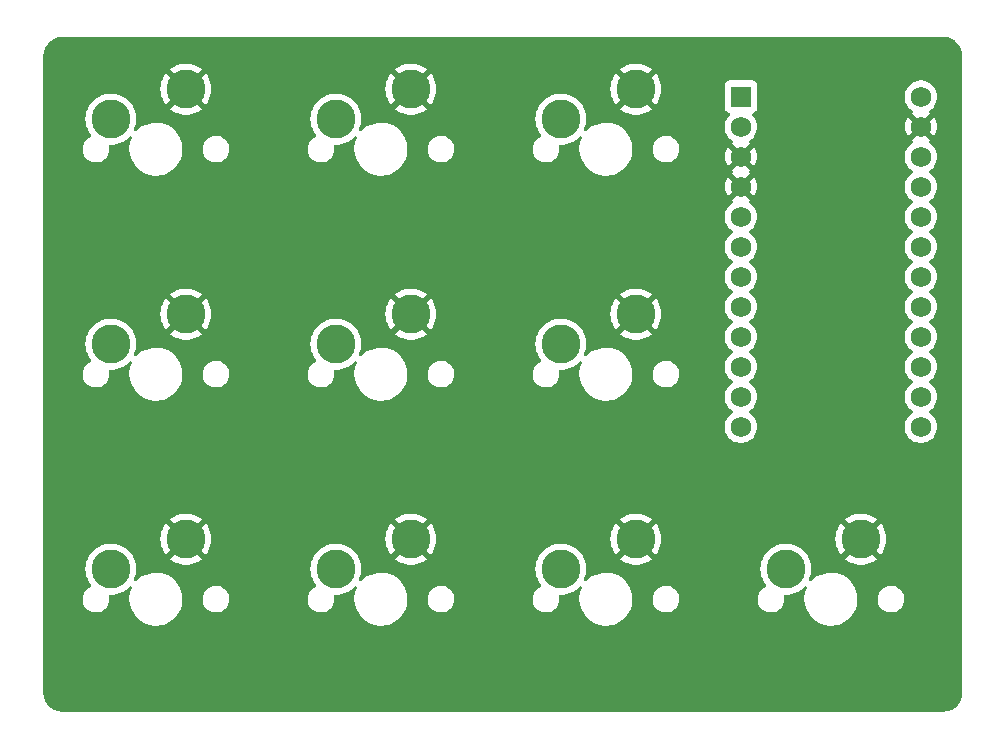
<source format=gtl>
%TF.GenerationSoftware,KiCad,Pcbnew,7.0.5*%
%TF.CreationDate,2023-06-14T14:40:25+08:00*%
%TF.ProjectId,Macropad,4d616372-6f70-4616-942e-6b696361645f,rev?*%
%TF.SameCoordinates,Original*%
%TF.FileFunction,Copper,L1,Top*%
%TF.FilePolarity,Positive*%
%FSLAX46Y46*%
G04 Gerber Fmt 4.6, Leading zero omitted, Abs format (unit mm)*
G04 Created by KiCad (PCBNEW 7.0.5) date 2023-06-14 14:40:25*
%MOMM*%
%LPD*%
G01*
G04 APERTURE LIST*
%TA.AperFunction,ComponentPad*%
%ADD10R,1.752600X1.752600*%
%TD*%
%TA.AperFunction,ComponentPad*%
%ADD11C,1.752600*%
%TD*%
%TA.AperFunction,ComponentPad*%
%ADD12C,3.300000*%
%TD*%
G04 APERTURE END LIST*
D10*
%TO.P,U1,1,TX0/PD3*%
%TO.N,SW3*%
X217805000Y-60642500D03*
D11*
%TO.P,U1,2,RX1/PD2*%
%TO.N,SW2*%
X217805000Y-63182500D03*
%TO.P,U1,3,GND*%
%TO.N,GND*%
X217805000Y-65722500D03*
%TO.P,U1,4,GND*%
X217805000Y-68262500D03*
%TO.P,U1,5,2/PD1*%
%TO.N,SW1*%
X217805000Y-70802500D03*
%TO.P,U1,6,3/PD0*%
%TO.N,SW4*%
X217805000Y-73342500D03*
%TO.P,U1,7,4/PD4*%
%TO.N,SW5*%
X217805000Y-75882500D03*
%TO.P,U1,8,5/PC6*%
%TO.N,SW6*%
X217805000Y-78422500D03*
%TO.P,U1,9,6/PD7*%
%TO.N,SW7*%
X217805000Y-80962500D03*
%TO.P,U1,10,7/PE6*%
%TO.N,SW8*%
X217805000Y-83502500D03*
%TO.P,U1,11,8/PB4*%
%TO.N,SW9*%
X217805000Y-86042500D03*
%TO.P,U1,12,9/PB5*%
%TO.N,SW10*%
X217805000Y-88582500D03*
%TO.P,U1,13,10/PB6*%
%TO.N,unconnected-(U1-10{slash}PB6-Pad13)*%
X233045000Y-88582500D03*
%TO.P,U1,14,16/PB2*%
%TO.N,unconnected-(U1-16{slash}PB2-Pad14)*%
X233045000Y-86042500D03*
%TO.P,U1,15,14/PB3*%
%TO.N,unconnected-(U1-14{slash}PB3-Pad15)*%
X233045000Y-83502500D03*
%TO.P,U1,16,15/PB1*%
%TO.N,unconnected-(U1-15{slash}PB1-Pad16)*%
X233045000Y-80962500D03*
%TO.P,U1,17,A0/PF7*%
%TO.N,unconnected-(U1-A0{slash}PF7-Pad17)*%
X233045000Y-78422500D03*
%TO.P,U1,18,A1/PF6*%
%TO.N,unconnected-(U1-A1{slash}PF6-Pad18)*%
X233045000Y-75882500D03*
%TO.P,U1,19,A2/PF5*%
%TO.N,unconnected-(U1-A2{slash}PF5-Pad19)*%
X233045000Y-73342500D03*
%TO.P,U1,20,A3/PF4*%
%TO.N,unconnected-(U1-A3{slash}PF4-Pad20)*%
X233045000Y-70802500D03*
%TO.P,U1,21,VCC*%
%TO.N,unconnected-(U1-VCC-Pad21)*%
X233045000Y-68262500D03*
%TO.P,U1,22,RST*%
%TO.N,unconnected-(U1-RST-Pad22)*%
X233045000Y-65722500D03*
%TO.P,U1,23,GND*%
%TO.N,GND*%
X233045000Y-63182500D03*
%TO.P,U1,24,RAW*%
%TO.N,unconnected-(U1-RAW-Pad24)*%
X233045000Y-60642500D03*
%TD*%
D12*
%TO.P,MX10,1,1*%
%TO.N,SW10*%
X221615000Y-100647500D03*
%TO.P,MX10,2,2*%
%TO.N,GND*%
X227965000Y-98107500D03*
%TD*%
%TO.P,MX3,1,1*%
%TO.N,SW3*%
X202565000Y-62547500D03*
%TO.P,MX3,2,2*%
%TO.N,GND*%
X208915000Y-60007500D03*
%TD*%
%TO.P,MX9,1,1*%
%TO.N,SW9*%
X202565000Y-100647500D03*
%TO.P,MX9,2,2*%
%TO.N,GND*%
X208915000Y-98107500D03*
%TD*%
%TO.P,MX4,1,1*%
%TO.N,SW4*%
X164465000Y-81597500D03*
%TO.P,MX4,2,2*%
%TO.N,GND*%
X170815000Y-79057500D03*
%TD*%
%TO.P,MX5,1,1*%
%TO.N,SW5*%
X183515000Y-81597500D03*
%TO.P,MX5,2,2*%
%TO.N,GND*%
X189865000Y-79057500D03*
%TD*%
%TO.P,MX2,1,1*%
%TO.N,SW2*%
X183515000Y-62547500D03*
%TO.P,MX2,2,2*%
%TO.N,GND*%
X189865000Y-60007500D03*
%TD*%
%TO.P,MX8,1,1*%
%TO.N,SW8*%
X183515000Y-100647500D03*
%TO.P,MX8,2,2*%
%TO.N,GND*%
X189865000Y-98107500D03*
%TD*%
%TO.P,MX7,1,1*%
%TO.N,SW7*%
X164465000Y-100647500D03*
%TO.P,MX7,2,2*%
%TO.N,GND*%
X170815000Y-98107500D03*
%TD*%
%TO.P,MX1,1,1*%
%TO.N,SW1*%
X164465000Y-62547500D03*
%TO.P,MX1,2,2*%
%TO.N,GND*%
X170815000Y-60007500D03*
%TD*%
%TO.P,MX6,1,1*%
%TO.N,SW6*%
X202565000Y-81597500D03*
%TO.P,MX6,2,2*%
%TO.N,GND*%
X208915000Y-79057500D03*
%TD*%
%TA.AperFunction,Conductor*%
%TO.N,GND*%
G36*
X234952207Y-55563157D02*
G01*
X235019618Y-55567979D01*
X235179747Y-55580581D01*
X235188041Y-55581804D01*
X235286526Y-55603228D01*
X235287567Y-55603466D01*
X235412113Y-55633367D01*
X235419301Y-55635561D01*
X235519448Y-55672914D01*
X235521470Y-55673710D01*
X235604279Y-55708010D01*
X235633965Y-55720307D01*
X235639953Y-55723171D01*
X235735887Y-55775556D01*
X235738476Y-55777054D01*
X235839034Y-55838676D01*
X235840340Y-55839477D01*
X235845102Y-55842708D01*
X235888536Y-55875222D01*
X235933411Y-55908814D01*
X235936494Y-55911281D01*
X236026651Y-55988282D01*
X236030227Y-55991588D01*
X236108410Y-56069771D01*
X236111716Y-56073347D01*
X236188705Y-56163489D01*
X236191195Y-56166601D01*
X236257290Y-56254896D01*
X236260521Y-56259658D01*
X236288294Y-56304978D01*
X236322929Y-56361498D01*
X236324457Y-56364138D01*
X236344822Y-56401432D01*
X236376825Y-56460042D01*
X236379691Y-56466033D01*
X236426278Y-56578503D01*
X236427089Y-56580564D01*
X236464435Y-56680693D01*
X236466633Y-56687893D01*
X236496504Y-56812311D01*
X236496800Y-56813606D01*
X236518191Y-56911938D01*
X236519418Y-56920262D01*
X236532023Y-57080425D01*
X236536842Y-57147790D01*
X236537000Y-57152215D01*
X236537000Y-111122784D01*
X236536842Y-111127209D01*
X236532023Y-111194573D01*
X236519418Y-111354736D01*
X236518191Y-111363060D01*
X236496800Y-111461392D01*
X236496504Y-111462687D01*
X236466633Y-111587105D01*
X236464435Y-111594305D01*
X236427089Y-111694434D01*
X236426278Y-111696495D01*
X236379691Y-111808965D01*
X236376825Y-111814956D01*
X236324466Y-111910846D01*
X236322913Y-111913529D01*
X236260521Y-112015340D01*
X236257290Y-112020102D01*
X236191195Y-112108397D01*
X236188705Y-112111509D01*
X236111716Y-112201651D01*
X236108410Y-112205227D01*
X236030227Y-112283410D01*
X236026651Y-112286716D01*
X235936509Y-112363705D01*
X235933397Y-112366195D01*
X235845102Y-112432290D01*
X235840340Y-112435521D01*
X235738529Y-112497913D01*
X235735846Y-112499466D01*
X235639956Y-112551825D01*
X235633965Y-112554691D01*
X235521495Y-112601278D01*
X235519434Y-112602089D01*
X235419305Y-112639435D01*
X235412105Y-112641633D01*
X235287687Y-112671504D01*
X235286392Y-112671800D01*
X235188060Y-112693191D01*
X235179736Y-112694418D01*
X235019573Y-112707023D01*
X234955432Y-112711611D01*
X234952208Y-112711842D01*
X234947785Y-112712000D01*
X160339715Y-112712000D01*
X160335291Y-112711842D01*
X160331639Y-112711580D01*
X160267925Y-112707023D01*
X160107762Y-112694418D01*
X160099438Y-112693191D01*
X160001106Y-112671800D01*
X159999811Y-112671504D01*
X159875393Y-112641633D01*
X159868193Y-112639435D01*
X159768064Y-112602089D01*
X159766003Y-112601278D01*
X159653533Y-112554691D01*
X159647542Y-112551825D01*
X159588932Y-112519822D01*
X159551638Y-112499457D01*
X159548998Y-112497929D01*
X159492478Y-112463294D01*
X159447158Y-112435521D01*
X159442396Y-112432290D01*
X159354101Y-112366195D01*
X159350997Y-112363711D01*
X159260847Y-112286716D01*
X159257271Y-112283410D01*
X159179088Y-112205227D01*
X159175782Y-112201651D01*
X159098781Y-112111494D01*
X159096314Y-112108411D01*
X159062722Y-112063536D01*
X159030208Y-112020102D01*
X159026977Y-112015340D01*
X159026176Y-112014034D01*
X158964554Y-111913476D01*
X158963056Y-111910887D01*
X158910671Y-111814953D01*
X158907807Y-111808965D01*
X158895510Y-111779279D01*
X158861210Y-111696470D01*
X158860409Y-111694434D01*
X158855535Y-111681367D01*
X158823061Y-111594301D01*
X158820867Y-111587113D01*
X158790966Y-111462567D01*
X158790728Y-111461526D01*
X158769304Y-111363041D01*
X158768081Y-111354747D01*
X158755476Y-111194573D01*
X158750657Y-111127208D01*
X158750500Y-111122786D01*
X158750500Y-103133702D01*
X162065660Y-103133702D01*
X162075887Y-103348401D01*
X162126563Y-103557291D01*
X162126565Y-103557295D01*
X162128553Y-103561649D01*
X162215854Y-103752810D01*
X162340534Y-103927899D01*
X162340535Y-103927900D01*
X162340540Y-103927906D01*
X162496094Y-104076225D01*
X162496096Y-104076226D01*
X162496097Y-104076227D01*
X162676920Y-104192435D01*
X162876468Y-104272322D01*
X162981998Y-104292660D01*
X163087527Y-104313000D01*
X163087528Y-104313000D01*
X163248612Y-104313000D01*
X163248618Y-104313000D01*
X163408971Y-104297688D01*
X163615209Y-104237131D01*
X163806259Y-104138638D01*
X163975217Y-104005768D01*
X164115976Y-103843324D01*
X164223448Y-103657177D01*
X164293750Y-103454054D01*
X164324339Y-103241297D01*
X164314112Y-103026596D01*
X164295829Y-102951232D01*
X164299154Y-102881443D01*
X164339682Y-102824529D01*
X164404547Y-102798561D01*
X164416334Y-102798000D01*
X164612099Y-102798000D01*
X164643520Y-102793680D01*
X164903555Y-102757940D01*
X165186841Y-102678567D01*
X165456682Y-102561359D01*
X165708049Y-102408499D01*
X165936260Y-102222835D01*
X166026715Y-102125980D01*
X166086856Y-102090423D01*
X166156677Y-102093025D01*
X166214008Y-102132962D01*
X166240646Y-102197555D01*
X166229816Y-102262814D01*
X166180433Y-102369232D01*
X166175882Y-102379040D01*
X166166744Y-102408499D01*
X166086854Y-102666035D01*
X166036874Y-102962342D01*
X166026833Y-103262667D01*
X166056910Y-103561642D01*
X166056911Y-103561649D01*
X166126568Y-103853941D01*
X166126571Y-103853953D01*
X166234566Y-104134353D01*
X166234573Y-104134368D01*
X166378979Y-104397875D01*
X166378983Y-104397881D01*
X166470296Y-104521812D01*
X166557223Y-104639790D01*
X166766121Y-104855789D01*
X167001946Y-105042018D01*
X167260487Y-105195152D01*
X167537133Y-105312460D01*
X167537136Y-105312460D01*
X167537139Y-105312462D01*
X167682039Y-105352153D01*
X167826946Y-105391848D01*
X168124755Y-105431900D01*
X168124760Y-105431900D01*
X168350041Y-105431900D01*
X168513513Y-105420955D01*
X168574819Y-105416852D01*
X168869287Y-105356999D01*
X169153151Y-105258431D01*
X169421343Y-105122907D01*
X169669080Y-104952846D01*
X169891939Y-104751282D01*
X170085943Y-104521812D01*
X170247631Y-104268532D01*
X170374118Y-103995960D01*
X170463146Y-103708962D01*
X170513126Y-103412658D01*
X170522453Y-103133702D01*
X172225660Y-103133702D01*
X172235887Y-103348401D01*
X172286563Y-103557291D01*
X172286565Y-103557295D01*
X172288553Y-103561649D01*
X172375854Y-103752810D01*
X172500534Y-103927899D01*
X172500535Y-103927900D01*
X172500540Y-103927906D01*
X172656094Y-104076225D01*
X172656096Y-104076226D01*
X172656097Y-104076227D01*
X172836920Y-104192435D01*
X173036468Y-104272322D01*
X173141998Y-104292660D01*
X173247527Y-104313000D01*
X173247528Y-104313000D01*
X173408612Y-104313000D01*
X173408618Y-104313000D01*
X173568971Y-104297688D01*
X173775209Y-104237131D01*
X173966259Y-104138638D01*
X174135217Y-104005768D01*
X174275976Y-103843324D01*
X174383448Y-103657177D01*
X174453750Y-103454054D01*
X174484339Y-103241297D01*
X174479214Y-103133702D01*
X181115660Y-103133702D01*
X181125887Y-103348401D01*
X181176563Y-103557291D01*
X181176565Y-103557295D01*
X181178553Y-103561649D01*
X181265854Y-103752810D01*
X181390534Y-103927899D01*
X181390535Y-103927900D01*
X181390540Y-103927906D01*
X181546094Y-104076225D01*
X181546096Y-104076226D01*
X181546097Y-104076227D01*
X181726920Y-104192435D01*
X181926468Y-104272322D01*
X182031997Y-104292661D01*
X182137527Y-104313000D01*
X182137528Y-104313000D01*
X182298612Y-104313000D01*
X182298618Y-104313000D01*
X182458971Y-104297688D01*
X182665209Y-104237131D01*
X182856259Y-104138638D01*
X183025217Y-104005768D01*
X183165976Y-103843324D01*
X183273448Y-103657177D01*
X183343750Y-103454054D01*
X183374339Y-103241297D01*
X183364112Y-103026596D01*
X183345829Y-102951232D01*
X183349154Y-102881443D01*
X183389682Y-102824529D01*
X183454547Y-102798561D01*
X183466334Y-102798000D01*
X183662099Y-102798000D01*
X183693520Y-102793680D01*
X183953555Y-102757940D01*
X184236841Y-102678567D01*
X184506682Y-102561359D01*
X184758049Y-102408499D01*
X184986260Y-102222835D01*
X185076715Y-102125980D01*
X185136856Y-102090423D01*
X185206677Y-102093025D01*
X185264008Y-102132962D01*
X185290646Y-102197555D01*
X185279816Y-102262814D01*
X185230433Y-102369232D01*
X185225882Y-102379040D01*
X185216744Y-102408499D01*
X185136854Y-102666035D01*
X185086874Y-102962342D01*
X185076833Y-103262667D01*
X185106910Y-103561642D01*
X185106911Y-103561649D01*
X185176568Y-103853941D01*
X185176571Y-103853953D01*
X185284566Y-104134353D01*
X185284573Y-104134368D01*
X185428979Y-104397875D01*
X185428983Y-104397881D01*
X185520296Y-104521812D01*
X185607223Y-104639790D01*
X185816121Y-104855789D01*
X186051946Y-105042018D01*
X186310487Y-105195152D01*
X186587133Y-105312460D01*
X186587136Y-105312460D01*
X186587139Y-105312462D01*
X186732039Y-105352153D01*
X186876946Y-105391848D01*
X187174755Y-105431900D01*
X187174760Y-105431900D01*
X187400041Y-105431900D01*
X187563513Y-105420955D01*
X187624819Y-105416852D01*
X187919287Y-105356999D01*
X188203151Y-105258431D01*
X188471343Y-105122907D01*
X188719080Y-104952846D01*
X188941939Y-104751282D01*
X189135943Y-104521812D01*
X189297631Y-104268532D01*
X189424118Y-103995960D01*
X189513146Y-103708962D01*
X189563126Y-103412658D01*
X189572453Y-103133702D01*
X191275660Y-103133702D01*
X191285887Y-103348401D01*
X191336563Y-103557291D01*
X191336565Y-103557295D01*
X191338553Y-103561649D01*
X191425854Y-103752810D01*
X191550534Y-103927899D01*
X191550535Y-103927900D01*
X191550540Y-103927906D01*
X191706094Y-104076225D01*
X191706096Y-104076226D01*
X191706097Y-104076227D01*
X191886920Y-104192435D01*
X192086468Y-104272322D01*
X192191997Y-104292661D01*
X192297527Y-104313000D01*
X192297528Y-104313000D01*
X192458612Y-104313000D01*
X192458618Y-104313000D01*
X192618971Y-104297688D01*
X192825209Y-104237131D01*
X193016259Y-104138638D01*
X193185217Y-104005768D01*
X193325976Y-103843324D01*
X193433448Y-103657177D01*
X193503750Y-103454054D01*
X193534339Y-103241297D01*
X193529214Y-103133702D01*
X200165660Y-103133702D01*
X200175887Y-103348401D01*
X200226563Y-103557291D01*
X200226565Y-103557295D01*
X200228553Y-103561649D01*
X200315854Y-103752810D01*
X200440534Y-103927899D01*
X200440535Y-103927900D01*
X200440540Y-103927906D01*
X200596094Y-104076225D01*
X200596096Y-104076226D01*
X200596097Y-104076227D01*
X200776920Y-104192435D01*
X200976468Y-104272322D01*
X201081998Y-104292660D01*
X201187527Y-104313000D01*
X201187528Y-104313000D01*
X201348612Y-104313000D01*
X201348618Y-104313000D01*
X201508971Y-104297688D01*
X201715209Y-104237131D01*
X201906259Y-104138638D01*
X202075217Y-104005768D01*
X202215976Y-103843324D01*
X202323448Y-103657177D01*
X202393750Y-103454054D01*
X202424339Y-103241297D01*
X202414112Y-103026596D01*
X202395829Y-102951232D01*
X202399154Y-102881443D01*
X202439682Y-102824529D01*
X202504547Y-102798561D01*
X202516334Y-102798000D01*
X202712099Y-102798000D01*
X202743520Y-102793680D01*
X203003555Y-102757940D01*
X203286841Y-102678567D01*
X203556682Y-102561359D01*
X203808049Y-102408499D01*
X204036260Y-102222835D01*
X204126715Y-102125980D01*
X204186856Y-102090423D01*
X204256677Y-102093025D01*
X204314008Y-102132962D01*
X204340646Y-102197555D01*
X204329816Y-102262814D01*
X204280433Y-102369232D01*
X204275882Y-102379040D01*
X204266744Y-102408499D01*
X204186854Y-102666035D01*
X204136874Y-102962342D01*
X204126833Y-103262667D01*
X204156910Y-103561642D01*
X204156911Y-103561649D01*
X204226568Y-103853941D01*
X204226571Y-103853953D01*
X204334566Y-104134353D01*
X204334573Y-104134368D01*
X204478979Y-104397875D01*
X204478983Y-104397881D01*
X204570296Y-104521812D01*
X204657223Y-104639790D01*
X204866121Y-104855789D01*
X205101946Y-105042018D01*
X205360487Y-105195152D01*
X205637133Y-105312460D01*
X205637136Y-105312460D01*
X205637139Y-105312462D01*
X205782039Y-105352154D01*
X205926946Y-105391848D01*
X206224755Y-105431900D01*
X206224760Y-105431900D01*
X206450041Y-105431900D01*
X206613513Y-105420955D01*
X206674819Y-105416852D01*
X206969287Y-105356999D01*
X207253151Y-105258431D01*
X207521343Y-105122907D01*
X207769080Y-104952846D01*
X207991939Y-104751282D01*
X208185943Y-104521812D01*
X208347631Y-104268532D01*
X208474118Y-103995960D01*
X208563146Y-103708962D01*
X208613126Y-103412658D01*
X208622453Y-103133702D01*
X210325660Y-103133702D01*
X210335887Y-103348401D01*
X210386563Y-103557291D01*
X210386565Y-103557295D01*
X210388553Y-103561649D01*
X210475854Y-103752810D01*
X210600534Y-103927899D01*
X210600535Y-103927900D01*
X210600540Y-103927906D01*
X210756094Y-104076225D01*
X210756096Y-104076226D01*
X210756097Y-104076227D01*
X210936920Y-104192435D01*
X211136468Y-104272322D01*
X211241998Y-104292660D01*
X211347527Y-104313000D01*
X211347528Y-104313000D01*
X211508612Y-104313000D01*
X211508618Y-104313000D01*
X211668971Y-104297688D01*
X211875209Y-104237131D01*
X212066259Y-104138638D01*
X212235217Y-104005768D01*
X212375976Y-103843324D01*
X212483448Y-103657177D01*
X212553750Y-103454054D01*
X212584339Y-103241297D01*
X212579214Y-103133702D01*
X219215660Y-103133702D01*
X219225887Y-103348401D01*
X219276563Y-103557291D01*
X219276565Y-103557295D01*
X219278553Y-103561649D01*
X219365854Y-103752810D01*
X219490534Y-103927899D01*
X219490535Y-103927900D01*
X219490540Y-103927906D01*
X219646094Y-104076225D01*
X219646096Y-104076226D01*
X219646097Y-104076227D01*
X219826920Y-104192435D01*
X220026468Y-104272322D01*
X220131998Y-104292661D01*
X220237527Y-104313000D01*
X220237528Y-104313000D01*
X220398612Y-104313000D01*
X220398618Y-104313000D01*
X220558971Y-104297688D01*
X220765209Y-104237131D01*
X220956259Y-104138638D01*
X221125217Y-104005768D01*
X221265976Y-103843324D01*
X221373448Y-103657177D01*
X221443750Y-103454054D01*
X221474339Y-103241297D01*
X221464112Y-103026596D01*
X221445829Y-102951232D01*
X221449154Y-102881443D01*
X221489682Y-102824529D01*
X221554547Y-102798561D01*
X221566334Y-102798000D01*
X221762099Y-102798000D01*
X221793520Y-102793680D01*
X222053555Y-102757940D01*
X222336841Y-102678567D01*
X222606682Y-102561359D01*
X222858049Y-102408499D01*
X223086260Y-102222835D01*
X223176715Y-102125980D01*
X223236856Y-102090423D01*
X223306677Y-102093025D01*
X223364008Y-102132962D01*
X223390646Y-102197555D01*
X223379816Y-102262814D01*
X223330433Y-102369232D01*
X223325882Y-102379040D01*
X223316744Y-102408499D01*
X223236854Y-102666035D01*
X223186874Y-102962342D01*
X223176833Y-103262667D01*
X223206910Y-103561642D01*
X223206911Y-103561649D01*
X223276568Y-103853941D01*
X223276571Y-103853953D01*
X223384566Y-104134353D01*
X223384573Y-104134368D01*
X223528979Y-104397875D01*
X223528983Y-104397881D01*
X223620296Y-104521812D01*
X223707223Y-104639790D01*
X223916121Y-104855789D01*
X224151946Y-105042018D01*
X224410487Y-105195152D01*
X224687133Y-105312460D01*
X224687136Y-105312460D01*
X224687139Y-105312462D01*
X224832039Y-105352154D01*
X224976946Y-105391848D01*
X225274755Y-105431900D01*
X225274760Y-105431900D01*
X225500041Y-105431900D01*
X225663513Y-105420955D01*
X225724819Y-105416852D01*
X226019287Y-105356999D01*
X226303151Y-105258431D01*
X226571343Y-105122907D01*
X226819080Y-104952846D01*
X227041939Y-104751282D01*
X227235943Y-104521812D01*
X227397631Y-104268532D01*
X227524118Y-103995960D01*
X227613146Y-103708962D01*
X227663126Y-103412658D01*
X227672453Y-103133702D01*
X229375660Y-103133702D01*
X229385887Y-103348401D01*
X229436563Y-103557291D01*
X229436565Y-103557295D01*
X229438553Y-103561649D01*
X229525854Y-103752810D01*
X229650534Y-103927899D01*
X229650535Y-103927900D01*
X229650540Y-103927906D01*
X229806094Y-104076225D01*
X229806096Y-104076226D01*
X229806097Y-104076227D01*
X229986920Y-104192435D01*
X230186468Y-104272322D01*
X230291998Y-104292661D01*
X230397527Y-104313000D01*
X230397528Y-104313000D01*
X230558612Y-104313000D01*
X230558618Y-104313000D01*
X230718971Y-104297688D01*
X230925209Y-104237131D01*
X231116259Y-104138638D01*
X231285217Y-104005768D01*
X231425976Y-103843324D01*
X231533448Y-103657177D01*
X231603750Y-103454054D01*
X231634339Y-103241297D01*
X231624112Y-103026596D01*
X231573437Y-102817710D01*
X231484146Y-102622190D01*
X231359466Y-102447101D01*
X231359464Y-102447099D01*
X231359459Y-102447093D01*
X231203905Y-102298774D01*
X231023080Y-102182565D01*
X230823530Y-102102677D01*
X230612473Y-102062000D01*
X230612472Y-102062000D01*
X230451382Y-102062000D01*
X230291028Y-102077312D01*
X230291029Y-102077312D01*
X230291025Y-102077313D01*
X230084793Y-102137868D01*
X229893736Y-102236364D01*
X229724785Y-102369229D01*
X229724782Y-102369233D01*
X229584021Y-102531678D01*
X229476553Y-102717819D01*
X229406251Y-102920942D01*
X229406250Y-102920944D01*
X229375661Y-103133700D01*
X229375660Y-103133702D01*
X227672453Y-103133702D01*
X227673167Y-103112336D01*
X227643089Y-102813355D01*
X227639563Y-102798561D01*
X227620322Y-102717819D01*
X227573430Y-102521051D01*
X227465431Y-102240640D01*
X227321021Y-101977125D01*
X227142777Y-101735210D01*
X226933879Y-101519211D01*
X226933872Y-101519205D01*
X226698055Y-101332983D01*
X226698056Y-101332983D01*
X226698054Y-101332982D01*
X226439513Y-101179848D01*
X226162867Y-101062540D01*
X226162860Y-101062537D01*
X225873059Y-100983153D01*
X225873056Y-100983152D01*
X225873054Y-100983152D01*
X225575245Y-100943100D01*
X225349967Y-100943100D01*
X225349959Y-100943100D01*
X225125183Y-100958147D01*
X225125174Y-100958149D01*
X224830710Y-101018001D01*
X224546847Y-101116569D01*
X224546844Y-101116571D01*
X224278662Y-101252089D01*
X224030918Y-101422155D01*
X223808062Y-101623716D01*
X223808056Y-101623722D01*
X223802901Y-101629820D01*
X223744584Y-101668304D01*
X223674720Y-101669149D01*
X223615489Y-101632089D01*
X223585697Y-101568889D01*
X223591372Y-101508233D01*
X223592072Y-101506264D01*
X223690592Y-101229054D01*
X223690592Y-101229049D01*
X223690595Y-101229043D01*
X223734449Y-101018001D01*
X223750448Y-100941011D01*
X223770525Y-100647500D01*
X223750448Y-100353989D01*
X223722075Y-100217449D01*
X223690595Y-100065956D01*
X223690590Y-100065940D01*
X223663851Y-99990704D01*
X223592072Y-99788736D01*
X223456722Y-99527524D01*
X223456721Y-99527522D01*
X223456717Y-99527516D01*
X223287067Y-99287176D01*
X223086256Y-99072161D01*
X222858045Y-98886498D01*
X222606680Y-98733639D01*
X222606675Y-98733637D01*
X222336845Y-98616434D01*
X222053560Y-98537061D01*
X222053556Y-98537060D01*
X222053555Y-98537060D01*
X221907826Y-98517029D01*
X221762099Y-98497000D01*
X221762098Y-98497000D01*
X221467902Y-98497000D01*
X221467901Y-98497000D01*
X221176445Y-98537060D01*
X221176439Y-98537061D01*
X220893154Y-98616434D01*
X220623324Y-98733637D01*
X220623319Y-98733639D01*
X220371954Y-98886498D01*
X220143743Y-99072161D01*
X219942932Y-99287176D01*
X219773282Y-99527516D01*
X219773278Y-99527522D01*
X219637927Y-99788737D01*
X219539409Y-100065940D01*
X219539404Y-100065956D01*
X219479552Y-100353986D01*
X219479551Y-100353988D01*
X219459475Y-100647499D01*
X219479551Y-100941011D01*
X219479552Y-100941013D01*
X219539404Y-101229043D01*
X219539409Y-101229059D01*
X219637927Y-101506262D01*
X219773278Y-101767477D01*
X219773282Y-101767483D01*
X219923215Y-101979890D01*
X219945794Y-102046011D01*
X219929041Y-102113842D01*
X219878732Y-102161613D01*
X219733738Y-102236363D01*
X219564785Y-102369229D01*
X219564782Y-102369233D01*
X219424021Y-102531678D01*
X219316553Y-102717819D01*
X219246251Y-102920942D01*
X219246250Y-102920944D01*
X219215661Y-103133700D01*
X219215660Y-103133702D01*
X212579214Y-103133702D01*
X212574112Y-103026596D01*
X212523437Y-102817710D01*
X212434146Y-102622190D01*
X212309466Y-102447101D01*
X212309464Y-102447099D01*
X212309459Y-102447093D01*
X212153905Y-102298774D01*
X211973080Y-102182565D01*
X211773530Y-102102677D01*
X211562473Y-102062000D01*
X211562472Y-102062000D01*
X211401382Y-102062000D01*
X211241028Y-102077312D01*
X211241029Y-102077312D01*
X211241025Y-102077313D01*
X211034793Y-102137868D01*
X210843736Y-102236364D01*
X210674785Y-102369229D01*
X210674782Y-102369233D01*
X210534021Y-102531678D01*
X210426553Y-102717819D01*
X210356251Y-102920942D01*
X210356250Y-102920944D01*
X210325661Y-103133700D01*
X210325660Y-103133702D01*
X208622453Y-103133702D01*
X208623167Y-103112336D01*
X208593089Y-102813355D01*
X208589563Y-102798561D01*
X208570322Y-102717819D01*
X208523430Y-102521051D01*
X208415431Y-102240640D01*
X208271021Y-101977125D01*
X208092777Y-101735210D01*
X207883879Y-101519211D01*
X207883872Y-101519205D01*
X207648055Y-101332983D01*
X207648056Y-101332983D01*
X207648054Y-101332982D01*
X207389513Y-101179848D01*
X207112867Y-101062540D01*
X207112860Y-101062537D01*
X206823059Y-100983153D01*
X206823056Y-100983152D01*
X206823054Y-100983152D01*
X206525245Y-100943100D01*
X206299967Y-100943100D01*
X206299959Y-100943100D01*
X206075183Y-100958147D01*
X206075174Y-100958149D01*
X205780710Y-101018001D01*
X205496847Y-101116569D01*
X205496844Y-101116571D01*
X205228662Y-101252089D01*
X204980918Y-101422155D01*
X204758062Y-101623716D01*
X204758056Y-101623722D01*
X204752901Y-101629820D01*
X204694584Y-101668304D01*
X204624720Y-101669149D01*
X204565489Y-101632089D01*
X204535697Y-101568889D01*
X204541372Y-101508233D01*
X204542072Y-101506264D01*
X204640592Y-101229054D01*
X204640592Y-101229049D01*
X204640595Y-101229043D01*
X204684449Y-101018001D01*
X204700448Y-100941011D01*
X204720525Y-100647500D01*
X204700448Y-100353989D01*
X204672075Y-100217449D01*
X204640595Y-100065956D01*
X204640590Y-100065940D01*
X204613851Y-99990704D01*
X204542072Y-99788736D01*
X204406722Y-99527524D01*
X204406721Y-99527522D01*
X204406717Y-99527516D01*
X204237067Y-99287176D01*
X204036256Y-99072161D01*
X203808045Y-98886498D01*
X203556680Y-98733639D01*
X203556675Y-98733637D01*
X203286845Y-98616434D01*
X203003560Y-98537061D01*
X203003556Y-98537060D01*
X203003555Y-98537060D01*
X202857826Y-98517029D01*
X202712099Y-98497000D01*
X202712098Y-98497000D01*
X202417902Y-98497000D01*
X202417901Y-98497000D01*
X202126445Y-98537060D01*
X202126439Y-98537061D01*
X201843154Y-98616434D01*
X201573324Y-98733637D01*
X201573319Y-98733639D01*
X201321954Y-98886498D01*
X201093743Y-99072161D01*
X200892932Y-99287176D01*
X200723282Y-99527516D01*
X200723278Y-99527522D01*
X200587927Y-99788737D01*
X200489409Y-100065940D01*
X200489404Y-100065956D01*
X200429552Y-100353986D01*
X200429551Y-100353988D01*
X200409475Y-100647500D01*
X200429551Y-100941011D01*
X200429552Y-100941013D01*
X200489404Y-101229043D01*
X200489409Y-101229059D01*
X200587927Y-101506262D01*
X200723278Y-101767477D01*
X200723282Y-101767483D01*
X200873215Y-101979890D01*
X200895794Y-102046011D01*
X200879041Y-102113842D01*
X200828732Y-102161613D01*
X200683738Y-102236363D01*
X200514785Y-102369229D01*
X200514782Y-102369233D01*
X200374021Y-102531678D01*
X200266553Y-102717819D01*
X200196251Y-102920942D01*
X200196250Y-102920944D01*
X200165661Y-103133700D01*
X200165660Y-103133702D01*
X193529214Y-103133702D01*
X193524112Y-103026596D01*
X193473437Y-102817710D01*
X193384146Y-102622190D01*
X193259466Y-102447101D01*
X193259464Y-102447099D01*
X193259459Y-102447093D01*
X193103905Y-102298774D01*
X192923080Y-102182565D01*
X192723530Y-102102677D01*
X192512473Y-102062000D01*
X192512472Y-102062000D01*
X192351382Y-102062000D01*
X192191028Y-102077312D01*
X192191029Y-102077312D01*
X192191025Y-102077313D01*
X191984793Y-102137868D01*
X191793736Y-102236364D01*
X191624785Y-102369229D01*
X191624782Y-102369233D01*
X191484021Y-102531678D01*
X191376553Y-102717819D01*
X191306251Y-102920942D01*
X191306250Y-102920944D01*
X191275661Y-103133700D01*
X191275660Y-103133702D01*
X189572453Y-103133702D01*
X189573167Y-103112336D01*
X189543089Y-102813355D01*
X189539563Y-102798561D01*
X189520322Y-102717819D01*
X189473430Y-102521051D01*
X189365431Y-102240640D01*
X189221021Y-101977125D01*
X189042777Y-101735210D01*
X188833879Y-101519211D01*
X188833872Y-101519205D01*
X188598055Y-101332983D01*
X188598056Y-101332983D01*
X188598054Y-101332982D01*
X188339513Y-101179848D01*
X188062867Y-101062540D01*
X188062860Y-101062537D01*
X187773059Y-100983153D01*
X187773056Y-100983152D01*
X187773054Y-100983152D01*
X187475245Y-100943100D01*
X187249967Y-100943100D01*
X187249959Y-100943100D01*
X187025183Y-100958147D01*
X187025174Y-100958149D01*
X186730710Y-101018001D01*
X186446847Y-101116569D01*
X186446844Y-101116571D01*
X186178662Y-101252089D01*
X185930918Y-101422155D01*
X185708062Y-101623716D01*
X185708056Y-101623722D01*
X185702901Y-101629820D01*
X185644584Y-101668304D01*
X185574720Y-101669149D01*
X185515489Y-101632089D01*
X185485697Y-101568889D01*
X185491372Y-101508233D01*
X185492072Y-101506264D01*
X185590592Y-101229054D01*
X185590592Y-101229049D01*
X185590595Y-101229043D01*
X185634449Y-101018001D01*
X185650448Y-100941011D01*
X185670525Y-100647500D01*
X185650448Y-100353989D01*
X185622075Y-100217449D01*
X185590595Y-100065956D01*
X185590590Y-100065940D01*
X185563851Y-99990704D01*
X185492072Y-99788736D01*
X185356722Y-99527524D01*
X185356721Y-99527522D01*
X185356717Y-99527516D01*
X185187067Y-99287176D01*
X184986256Y-99072161D01*
X184758045Y-98886498D01*
X184506680Y-98733639D01*
X184506675Y-98733637D01*
X184236845Y-98616434D01*
X183953560Y-98537061D01*
X183953556Y-98537060D01*
X183953555Y-98537060D01*
X183807826Y-98517029D01*
X183662099Y-98497000D01*
X183662098Y-98497000D01*
X183367902Y-98497000D01*
X183367901Y-98497000D01*
X183076445Y-98537060D01*
X183076439Y-98537061D01*
X182793154Y-98616434D01*
X182523324Y-98733637D01*
X182523319Y-98733639D01*
X182271954Y-98886498D01*
X182043743Y-99072161D01*
X181842932Y-99287176D01*
X181673282Y-99527516D01*
X181673278Y-99527522D01*
X181537927Y-99788737D01*
X181439409Y-100065940D01*
X181439404Y-100065956D01*
X181379552Y-100353986D01*
X181379551Y-100353988D01*
X181359475Y-100647500D01*
X181379551Y-100941011D01*
X181379552Y-100941013D01*
X181439404Y-101229043D01*
X181439409Y-101229059D01*
X181537927Y-101506262D01*
X181673278Y-101767477D01*
X181673282Y-101767483D01*
X181823215Y-101979890D01*
X181845794Y-102046011D01*
X181829041Y-102113842D01*
X181778732Y-102161613D01*
X181633738Y-102236363D01*
X181464785Y-102369229D01*
X181464782Y-102369233D01*
X181324021Y-102531678D01*
X181216553Y-102717819D01*
X181146251Y-102920942D01*
X181146250Y-102920944D01*
X181115661Y-103133700D01*
X181115660Y-103133702D01*
X174479214Y-103133702D01*
X174474112Y-103026596D01*
X174423437Y-102817710D01*
X174334146Y-102622190D01*
X174209466Y-102447101D01*
X174209464Y-102447099D01*
X174209459Y-102447093D01*
X174053905Y-102298774D01*
X173873080Y-102182565D01*
X173673530Y-102102677D01*
X173462473Y-102062000D01*
X173462472Y-102062000D01*
X173301382Y-102062000D01*
X173141028Y-102077312D01*
X173141029Y-102077312D01*
X173141025Y-102077313D01*
X172934793Y-102137868D01*
X172743736Y-102236364D01*
X172574785Y-102369229D01*
X172574782Y-102369233D01*
X172434021Y-102531678D01*
X172326553Y-102717819D01*
X172256251Y-102920942D01*
X172256250Y-102920944D01*
X172225661Y-103133700D01*
X172225660Y-103133702D01*
X170522453Y-103133702D01*
X170523167Y-103112336D01*
X170493089Y-102813355D01*
X170489563Y-102798561D01*
X170470322Y-102717819D01*
X170423430Y-102521051D01*
X170315431Y-102240640D01*
X170171021Y-101977125D01*
X169992777Y-101735210D01*
X169783879Y-101519211D01*
X169783872Y-101519205D01*
X169548055Y-101332983D01*
X169548056Y-101332983D01*
X169548054Y-101332982D01*
X169289513Y-101179848D01*
X169012867Y-101062540D01*
X169012860Y-101062537D01*
X168723059Y-100983153D01*
X168723056Y-100983152D01*
X168723054Y-100983152D01*
X168425245Y-100943100D01*
X168199967Y-100943100D01*
X168199959Y-100943100D01*
X167975183Y-100958147D01*
X167975174Y-100958149D01*
X167680710Y-101018001D01*
X167396847Y-101116569D01*
X167396844Y-101116571D01*
X167128662Y-101252089D01*
X166880918Y-101422155D01*
X166658062Y-101623716D01*
X166658056Y-101623722D01*
X166652901Y-101629820D01*
X166594584Y-101668304D01*
X166524720Y-101669149D01*
X166465489Y-101632089D01*
X166435697Y-101568889D01*
X166441372Y-101508233D01*
X166442072Y-101506264D01*
X166540592Y-101229054D01*
X166540592Y-101229049D01*
X166540595Y-101229043D01*
X166584449Y-101018001D01*
X166600448Y-100941011D01*
X166620525Y-100647500D01*
X166600448Y-100353989D01*
X166572075Y-100217449D01*
X166540595Y-100065956D01*
X166540590Y-100065940D01*
X166513851Y-99990704D01*
X166442072Y-99788736D01*
X166306722Y-99527524D01*
X166306721Y-99527522D01*
X166306717Y-99527516D01*
X166137067Y-99287176D01*
X165936256Y-99072161D01*
X165708045Y-98886498D01*
X165456680Y-98733639D01*
X165456675Y-98733637D01*
X165186845Y-98616434D01*
X164903560Y-98537061D01*
X164903556Y-98537060D01*
X164903555Y-98537060D01*
X164757826Y-98517029D01*
X164612099Y-98497000D01*
X164612098Y-98497000D01*
X164317902Y-98497000D01*
X164317901Y-98497000D01*
X164026445Y-98537060D01*
X164026439Y-98537061D01*
X163743154Y-98616434D01*
X163473324Y-98733637D01*
X163473319Y-98733639D01*
X163221954Y-98886498D01*
X162993743Y-99072161D01*
X162792932Y-99287176D01*
X162623282Y-99527516D01*
X162623278Y-99527522D01*
X162487927Y-99788737D01*
X162389409Y-100065940D01*
X162389404Y-100065956D01*
X162329552Y-100353986D01*
X162329551Y-100353988D01*
X162309475Y-100647499D01*
X162329551Y-100941011D01*
X162329552Y-100941013D01*
X162389404Y-101229043D01*
X162389409Y-101229059D01*
X162487927Y-101506262D01*
X162623278Y-101767477D01*
X162623282Y-101767483D01*
X162773215Y-101979890D01*
X162795794Y-102046011D01*
X162779041Y-102113842D01*
X162728732Y-102161613D01*
X162583738Y-102236363D01*
X162414785Y-102369229D01*
X162414782Y-102369233D01*
X162274021Y-102531678D01*
X162166553Y-102717819D01*
X162096251Y-102920942D01*
X162096250Y-102920944D01*
X162065661Y-103133700D01*
X162065660Y-103133702D01*
X158750500Y-103133702D01*
X158750500Y-98107499D01*
X168659976Y-98107499D01*
X168680047Y-98400936D01*
X168739890Y-98688921D01*
X168739891Y-98688924D01*
X168838386Y-98966060D01*
X168838385Y-98966060D01*
X168973706Y-99227216D01*
X169125991Y-99442953D01*
X169591388Y-98977555D01*
X169707632Y-99126904D01*
X169890523Y-99295268D01*
X169945116Y-99330935D01*
X169481658Y-99794394D01*
X169572240Y-99868090D01*
X169572246Y-99868094D01*
X169823550Y-100020915D01*
X170093322Y-100138093D01*
X170376541Y-100217448D01*
X170376547Y-100217449D01*
X170667935Y-100257500D01*
X170962065Y-100257500D01*
X171253452Y-100217449D01*
X171253458Y-100217448D01*
X171536677Y-100138093D01*
X171806449Y-100020915D01*
X172057753Y-99868094D01*
X172057767Y-99868084D01*
X172148340Y-99794395D01*
X172148341Y-99794394D01*
X171684883Y-99330935D01*
X171739477Y-99295268D01*
X171922368Y-99126904D01*
X172038610Y-98977556D01*
X172504007Y-99442953D01*
X172504008Y-99442953D01*
X172656293Y-99227216D01*
X172791613Y-98966060D01*
X172890108Y-98688924D01*
X172890109Y-98688921D01*
X172949952Y-98400936D01*
X172970023Y-98107499D01*
X187709976Y-98107499D01*
X187730047Y-98400936D01*
X187789890Y-98688921D01*
X187789891Y-98688924D01*
X187888386Y-98966060D01*
X187888385Y-98966060D01*
X188023706Y-99227216D01*
X188175991Y-99442953D01*
X188641388Y-98977555D01*
X188757632Y-99126904D01*
X188940523Y-99295268D01*
X188995116Y-99330935D01*
X188531658Y-99794394D01*
X188622240Y-99868090D01*
X188622246Y-99868094D01*
X188873550Y-100020915D01*
X189143322Y-100138093D01*
X189426541Y-100217448D01*
X189426547Y-100217449D01*
X189717935Y-100257500D01*
X190012065Y-100257500D01*
X190303452Y-100217449D01*
X190303458Y-100217448D01*
X190586677Y-100138093D01*
X190856449Y-100020915D01*
X191107753Y-99868094D01*
X191107767Y-99868084D01*
X191198340Y-99794395D01*
X191198341Y-99794394D01*
X190734883Y-99330935D01*
X190789477Y-99295268D01*
X190972368Y-99126904D01*
X191088610Y-98977556D01*
X191554007Y-99442953D01*
X191554008Y-99442953D01*
X191706293Y-99227216D01*
X191841613Y-98966060D01*
X191940108Y-98688924D01*
X191940109Y-98688921D01*
X191999952Y-98400936D01*
X192020023Y-98107500D01*
X206759976Y-98107500D01*
X206780047Y-98400936D01*
X206839890Y-98688921D01*
X206839891Y-98688924D01*
X206938386Y-98966060D01*
X206938385Y-98966060D01*
X207073706Y-99227216D01*
X207225991Y-99442953D01*
X207691388Y-98977555D01*
X207807632Y-99126904D01*
X207990523Y-99295268D01*
X208045116Y-99330935D01*
X207581658Y-99794394D01*
X207672240Y-99868090D01*
X207672246Y-99868094D01*
X207923550Y-100020915D01*
X208193322Y-100138093D01*
X208476541Y-100217448D01*
X208476547Y-100217449D01*
X208767935Y-100257500D01*
X209062065Y-100257500D01*
X209353452Y-100217449D01*
X209353458Y-100217448D01*
X209636677Y-100138093D01*
X209906449Y-100020915D01*
X210157753Y-99868094D01*
X210157767Y-99868084D01*
X210248340Y-99794395D01*
X210248341Y-99794394D01*
X209784883Y-99330935D01*
X209839477Y-99295268D01*
X210022368Y-99126904D01*
X210138610Y-98977556D01*
X210604007Y-99442953D01*
X210604008Y-99442953D01*
X210756293Y-99227216D01*
X210891613Y-98966060D01*
X210990108Y-98688924D01*
X210990109Y-98688921D01*
X211049952Y-98400936D01*
X211070023Y-98107500D01*
X211070023Y-98107499D01*
X225809976Y-98107499D01*
X225830047Y-98400936D01*
X225889890Y-98688921D01*
X225889891Y-98688924D01*
X225988386Y-98966060D01*
X225988385Y-98966060D01*
X226123706Y-99227216D01*
X226275991Y-99442953D01*
X226741388Y-98977555D01*
X226857632Y-99126904D01*
X227040523Y-99295268D01*
X227095116Y-99330935D01*
X226631658Y-99794394D01*
X226722240Y-99868090D01*
X226722246Y-99868094D01*
X226973550Y-100020915D01*
X227243322Y-100138093D01*
X227526541Y-100217448D01*
X227526547Y-100217449D01*
X227817935Y-100257500D01*
X228112065Y-100257500D01*
X228403452Y-100217449D01*
X228403458Y-100217448D01*
X228686677Y-100138093D01*
X228956449Y-100020915D01*
X229207753Y-99868094D01*
X229207767Y-99868084D01*
X229298340Y-99794395D01*
X229298341Y-99794394D01*
X228834883Y-99330935D01*
X228889477Y-99295268D01*
X229072368Y-99126904D01*
X229188610Y-98977556D01*
X229654007Y-99442953D01*
X229654008Y-99442953D01*
X229806293Y-99227216D01*
X229941613Y-98966060D01*
X230040108Y-98688924D01*
X230040109Y-98688921D01*
X230099952Y-98400936D01*
X230120023Y-98107500D01*
X230099952Y-97814063D01*
X230040109Y-97526078D01*
X230040108Y-97526075D01*
X229941613Y-97248939D01*
X229941614Y-97248939D01*
X229806293Y-96987783D01*
X229654007Y-96772045D01*
X229188609Y-97237442D01*
X229072368Y-97088096D01*
X228889477Y-96919732D01*
X228834882Y-96884063D01*
X229298341Y-96420604D01*
X229207756Y-96346907D01*
X228956449Y-96194084D01*
X228686677Y-96076906D01*
X228403458Y-95997551D01*
X228403452Y-95997550D01*
X228112065Y-95957500D01*
X227817935Y-95957500D01*
X227526547Y-95997550D01*
X227526541Y-95997551D01*
X227243322Y-96076906D01*
X226973550Y-96194084D01*
X226722243Y-96346907D01*
X226631657Y-96420604D01*
X227095117Y-96884063D01*
X227040523Y-96919732D01*
X226857632Y-97088096D01*
X226741389Y-97237443D01*
X226275991Y-96772045D01*
X226275990Y-96772045D01*
X226123710Y-96987776D01*
X226123706Y-96987782D01*
X225988386Y-97248939D01*
X225889891Y-97526075D01*
X225889890Y-97526078D01*
X225830047Y-97814063D01*
X225809976Y-98107499D01*
X211070023Y-98107499D01*
X211049952Y-97814063D01*
X210990109Y-97526078D01*
X210990108Y-97526075D01*
X210891613Y-97248939D01*
X210891614Y-97248939D01*
X210756293Y-96987783D01*
X210604007Y-96772045D01*
X210138609Y-97237442D01*
X210022368Y-97088096D01*
X209839477Y-96919732D01*
X209784882Y-96884063D01*
X210248341Y-96420604D01*
X210157756Y-96346907D01*
X209906449Y-96194084D01*
X209636677Y-96076906D01*
X209353458Y-95997551D01*
X209353452Y-95997550D01*
X209062065Y-95957500D01*
X208767935Y-95957500D01*
X208476547Y-95997550D01*
X208476541Y-95997551D01*
X208193322Y-96076906D01*
X207923550Y-96194084D01*
X207672243Y-96346907D01*
X207581657Y-96420604D01*
X208045117Y-96884063D01*
X207990523Y-96919732D01*
X207807632Y-97088096D01*
X207691389Y-97237443D01*
X207225991Y-96772045D01*
X207225990Y-96772045D01*
X207073710Y-96987776D01*
X207073706Y-96987782D01*
X206938386Y-97248939D01*
X206839891Y-97526075D01*
X206839890Y-97526078D01*
X206780047Y-97814063D01*
X206759976Y-98107500D01*
X192020023Y-98107500D01*
X192020023Y-98107499D01*
X191999952Y-97814063D01*
X191940109Y-97526078D01*
X191940108Y-97526075D01*
X191841613Y-97248939D01*
X191841614Y-97248939D01*
X191706293Y-96987783D01*
X191554007Y-96772045D01*
X191088609Y-97237442D01*
X190972368Y-97088096D01*
X190789477Y-96919732D01*
X190734882Y-96884063D01*
X191198341Y-96420604D01*
X191107756Y-96346907D01*
X190856449Y-96194084D01*
X190586677Y-96076906D01*
X190303458Y-95997551D01*
X190303452Y-95997550D01*
X190012065Y-95957500D01*
X189717935Y-95957500D01*
X189426547Y-95997550D01*
X189426541Y-95997551D01*
X189143322Y-96076906D01*
X188873550Y-96194084D01*
X188622243Y-96346907D01*
X188531657Y-96420604D01*
X188995117Y-96884063D01*
X188940523Y-96919732D01*
X188757632Y-97088096D01*
X188641389Y-97237442D01*
X188175991Y-96772044D01*
X188175990Y-96772045D01*
X188023710Y-96987776D01*
X188023706Y-96987782D01*
X187888386Y-97248939D01*
X187789891Y-97526075D01*
X187789890Y-97526078D01*
X187730047Y-97814063D01*
X187709976Y-98107499D01*
X172970023Y-98107499D01*
X172949952Y-97814063D01*
X172890109Y-97526078D01*
X172890108Y-97526075D01*
X172791613Y-97248939D01*
X172791614Y-97248939D01*
X172656293Y-96987783D01*
X172504007Y-96772045D01*
X172038609Y-97237442D01*
X171922368Y-97088096D01*
X171739477Y-96919732D01*
X171684882Y-96884063D01*
X172148341Y-96420604D01*
X172057756Y-96346907D01*
X171806449Y-96194084D01*
X171536677Y-96076906D01*
X171253458Y-95997551D01*
X171253452Y-95997550D01*
X170962065Y-95957500D01*
X170667935Y-95957500D01*
X170376547Y-95997550D01*
X170376541Y-95997551D01*
X170093322Y-96076906D01*
X169823550Y-96194084D01*
X169572243Y-96346907D01*
X169481657Y-96420604D01*
X169945117Y-96884063D01*
X169890523Y-96919732D01*
X169707632Y-97088096D01*
X169591389Y-97237443D01*
X169125991Y-96772045D01*
X169125990Y-96772045D01*
X168973710Y-96987776D01*
X168973706Y-96987782D01*
X168838386Y-97248939D01*
X168739891Y-97526075D01*
X168739890Y-97526078D01*
X168680047Y-97814063D01*
X168659976Y-98107499D01*
X158750500Y-98107499D01*
X158750500Y-88582505D01*
X216423481Y-88582505D01*
X216442321Y-88809883D01*
X216442323Y-88809891D01*
X216498335Y-89031077D01*
X216589989Y-89240029D01*
X216714787Y-89431048D01*
X216869319Y-89598913D01*
X216869323Y-89598917D01*
X217049381Y-89739061D01*
X217250050Y-89847658D01*
X217465857Y-89921745D01*
X217690915Y-89959300D01*
X217919085Y-89959300D01*
X218144143Y-89921745D01*
X218359950Y-89847658D01*
X218560619Y-89739061D01*
X218740677Y-89598917D01*
X218895213Y-89431047D01*
X219020010Y-89240030D01*
X219111664Y-89031078D01*
X219167677Y-88809891D01*
X219186519Y-88582505D01*
X231663481Y-88582505D01*
X231682321Y-88809883D01*
X231682323Y-88809891D01*
X231738335Y-89031077D01*
X231829989Y-89240029D01*
X231954787Y-89431048D01*
X232109319Y-89598913D01*
X232109323Y-89598917D01*
X232289381Y-89739061D01*
X232490050Y-89847658D01*
X232705857Y-89921745D01*
X232930915Y-89959300D01*
X233159085Y-89959300D01*
X233384143Y-89921745D01*
X233599950Y-89847658D01*
X233800619Y-89739061D01*
X233980677Y-89598917D01*
X234135213Y-89431047D01*
X234260010Y-89240030D01*
X234351664Y-89031078D01*
X234407677Y-88809891D01*
X234426519Y-88582500D01*
X234407677Y-88355109D01*
X234351664Y-88133922D01*
X234260010Y-87924970D01*
X234135213Y-87733953D01*
X234135212Y-87733951D01*
X233980680Y-87566086D01*
X233980676Y-87566082D01*
X233800620Y-87425940D01*
X233800619Y-87425939D01*
X233792517Y-87421554D01*
X233742928Y-87372337D01*
X233727818Y-87304121D01*
X233751988Y-87238565D01*
X233792517Y-87203445D01*
X233800619Y-87199061D01*
X233980677Y-87058917D01*
X234135213Y-86891047D01*
X234260010Y-86700030D01*
X234351664Y-86491078D01*
X234407677Y-86269891D01*
X234418013Y-86145152D01*
X234426519Y-86042505D01*
X234426519Y-86042494D01*
X234407678Y-85815116D01*
X234407677Y-85815113D01*
X234407677Y-85815109D01*
X234351664Y-85593922D01*
X234260010Y-85384970D01*
X234235775Y-85347875D01*
X234135212Y-85193951D01*
X233980680Y-85026086D01*
X233980676Y-85026082D01*
X233800620Y-84885939D01*
X233800611Y-84885934D01*
X233792513Y-84881551D01*
X233742924Y-84832330D01*
X233727819Y-84764112D01*
X233751993Y-84698558D01*
X233792523Y-84663441D01*
X233800619Y-84659061D01*
X233980677Y-84518917D01*
X234135213Y-84351047D01*
X234260010Y-84160030D01*
X234351664Y-83951078D01*
X234407677Y-83729891D01*
X234412820Y-83667823D01*
X234426519Y-83502505D01*
X234426519Y-83502494D01*
X234407678Y-83275116D01*
X234407677Y-83275113D01*
X234407677Y-83275109D01*
X234351664Y-83053922D01*
X234260010Y-82844970D01*
X234176715Y-82717477D01*
X234135212Y-82653951D01*
X233980680Y-82486086D01*
X233980676Y-82486082D01*
X233890648Y-82416010D01*
X233800619Y-82345939D01*
X233792517Y-82341554D01*
X233742928Y-82292337D01*
X233727818Y-82224121D01*
X233751988Y-82158565D01*
X233792517Y-82123445D01*
X233800619Y-82119061D01*
X233980677Y-81978917D01*
X234135213Y-81811047D01*
X234260010Y-81620030D01*
X234351664Y-81411078D01*
X234407677Y-81189891D01*
X234409537Y-81167448D01*
X234426519Y-80962505D01*
X234426519Y-80962494D01*
X234407678Y-80735116D01*
X234407677Y-80735113D01*
X234407677Y-80735109D01*
X234351664Y-80513922D01*
X234260010Y-80304970D01*
X234135213Y-80113953D01*
X234135212Y-80113951D01*
X233980680Y-79946086D01*
X233980676Y-79946082D01*
X233800620Y-79805940D01*
X233800619Y-79805939D01*
X233792517Y-79801554D01*
X233742928Y-79752337D01*
X233727818Y-79684121D01*
X233751988Y-79618565D01*
X233792517Y-79583445D01*
X233800619Y-79579061D01*
X233980677Y-79438917D01*
X234135213Y-79271047D01*
X234260010Y-79080030D01*
X234351664Y-78871078D01*
X234407677Y-78649891D01*
X234407678Y-78649883D01*
X234426519Y-78422505D01*
X234426519Y-78422494D01*
X234407678Y-78195116D01*
X234407677Y-78195113D01*
X234407677Y-78195109D01*
X234351664Y-77973922D01*
X234260010Y-77764970D01*
X234135213Y-77573953D01*
X234135212Y-77573951D01*
X233980680Y-77406086D01*
X233980676Y-77406082D01*
X233800620Y-77265939D01*
X233800611Y-77265934D01*
X233792513Y-77261551D01*
X233742924Y-77212330D01*
X233727819Y-77144112D01*
X233751993Y-77078558D01*
X233792523Y-77043441D01*
X233800619Y-77039061D01*
X233980677Y-76898917D01*
X234135213Y-76731047D01*
X234260010Y-76540030D01*
X234351664Y-76331078D01*
X234407677Y-76109891D01*
X234426519Y-75882500D01*
X234407677Y-75655109D01*
X234351664Y-75433922D01*
X234260010Y-75224970D01*
X234135213Y-75033953D01*
X234135212Y-75033951D01*
X233980680Y-74866086D01*
X233980676Y-74866082D01*
X233800620Y-74725940D01*
X233800619Y-74725939D01*
X233792517Y-74721554D01*
X233742928Y-74672337D01*
X233727818Y-74604121D01*
X233751988Y-74538565D01*
X233792517Y-74503445D01*
X233800619Y-74499061D01*
X233980677Y-74358917D01*
X234135213Y-74191047D01*
X234260010Y-74000030D01*
X234351664Y-73791078D01*
X234407677Y-73569891D01*
X234426519Y-73342500D01*
X234407677Y-73115109D01*
X234351664Y-72893922D01*
X234260010Y-72684970D01*
X234135213Y-72493953D01*
X234135212Y-72493951D01*
X233980680Y-72326086D01*
X233980676Y-72326082D01*
X233800620Y-72185940D01*
X233800619Y-72185939D01*
X233792517Y-72181554D01*
X233742928Y-72132337D01*
X233727818Y-72064121D01*
X233751988Y-71998565D01*
X233792517Y-71963445D01*
X233800619Y-71959061D01*
X233980677Y-71818917D01*
X234135213Y-71651047D01*
X234260010Y-71460030D01*
X234351664Y-71251078D01*
X234407677Y-71029891D01*
X234426519Y-70802500D01*
X234407677Y-70575109D01*
X234351664Y-70353922D01*
X234260010Y-70144970D01*
X234135213Y-69953953D01*
X234135212Y-69953951D01*
X233980680Y-69786086D01*
X233980676Y-69786082D01*
X233800620Y-69645939D01*
X233800611Y-69645934D01*
X233792513Y-69641551D01*
X233742924Y-69592330D01*
X233727819Y-69524112D01*
X233751993Y-69458558D01*
X233792523Y-69423441D01*
X233800619Y-69419061D01*
X233980677Y-69278917D01*
X234135213Y-69111047D01*
X234260010Y-68920030D01*
X234351664Y-68711078D01*
X234407677Y-68489891D01*
X234407678Y-68489883D01*
X234426519Y-68262505D01*
X234426519Y-68262494D01*
X234407678Y-68035116D01*
X234407677Y-68035113D01*
X234407677Y-68035109D01*
X234351664Y-67813922D01*
X234260010Y-67604970D01*
X234135213Y-67413953D01*
X234135212Y-67413951D01*
X233980680Y-67246086D01*
X233980676Y-67246082D01*
X233868057Y-67158428D01*
X233800619Y-67105939D01*
X233792517Y-67101554D01*
X233742928Y-67052337D01*
X233727818Y-66984121D01*
X233751988Y-66918565D01*
X233792517Y-66883445D01*
X233800619Y-66879061D01*
X233980677Y-66738917D01*
X234135213Y-66571047D01*
X234260010Y-66380030D01*
X234351664Y-66171078D01*
X234407677Y-65949891D01*
X234407678Y-65949883D01*
X234426519Y-65722505D01*
X234426519Y-65722494D01*
X234407678Y-65495116D01*
X234407677Y-65495113D01*
X234407677Y-65495109D01*
X234351664Y-65273922D01*
X234260010Y-65064970D01*
X234135213Y-64873953D01*
X234135212Y-64873951D01*
X233980680Y-64706086D01*
X233980676Y-64706082D01*
X233800620Y-64565939D01*
X233800616Y-64565937D01*
X233791989Y-64561268D01*
X233742400Y-64512047D01*
X233727294Y-64443829D01*
X233751467Y-64378275D01*
X233791997Y-64343158D01*
X233800341Y-64338642D01*
X233800349Y-64338637D01*
X233826910Y-64317963D01*
X233213603Y-63704656D01*
X233331412Y-63653485D01*
X233447862Y-63558746D01*
X233534433Y-63436103D01*
X233565301Y-63349247D01*
X234179063Y-63963011D01*
X234259569Y-63839787D01*
X234351190Y-63630915D01*
X234407182Y-63409804D01*
X234426016Y-63182505D01*
X234426016Y-63182494D01*
X234407182Y-62955195D01*
X234351190Y-62734084D01*
X234259568Y-62525209D01*
X234179063Y-62401987D01*
X233567630Y-63013420D01*
X233564406Y-62997903D01*
X233495342Y-62864614D01*
X233392877Y-62754902D01*
X233264612Y-62676902D01*
X233211832Y-62662113D01*
X233826910Y-62047036D01*
X233826909Y-62047035D01*
X233800349Y-62026362D01*
X233800339Y-62026355D01*
X233791990Y-62021837D01*
X233742401Y-61972617D01*
X233727294Y-61904400D01*
X233751466Y-61838845D01*
X233791995Y-61803728D01*
X233800612Y-61799065D01*
X233800619Y-61799061D01*
X233980677Y-61658917D01*
X234135213Y-61491047D01*
X234260010Y-61300030D01*
X234351664Y-61091078D01*
X234407677Y-60869891D01*
X234407678Y-60869883D01*
X234426519Y-60642505D01*
X234426519Y-60642494D01*
X234407678Y-60415116D01*
X234407677Y-60415113D01*
X234407677Y-60415109D01*
X234351664Y-60193922D01*
X234260010Y-59984970D01*
X234135213Y-59793953D01*
X234135212Y-59793951D01*
X233980680Y-59626086D01*
X233980676Y-59626082D01*
X233800620Y-59485940D01*
X233800619Y-59485939D01*
X233599950Y-59377342D01*
X233599942Y-59377339D01*
X233384145Y-59303255D01*
X233159085Y-59265700D01*
X232930915Y-59265700D01*
X232705854Y-59303255D01*
X232490057Y-59377339D01*
X232490049Y-59377342D01*
X232289379Y-59485940D01*
X232109323Y-59626082D01*
X232109319Y-59626086D01*
X231954787Y-59793951D01*
X231829989Y-59984970D01*
X231738335Y-60193922D01*
X231682323Y-60415108D01*
X231682321Y-60415116D01*
X231663481Y-60642494D01*
X231663481Y-60642505D01*
X231682321Y-60869883D01*
X231682323Y-60869891D01*
X231738335Y-61091077D01*
X231829989Y-61300029D01*
X231954787Y-61491048D01*
X232109319Y-61658913D01*
X232109323Y-61658917D01*
X232289379Y-61799060D01*
X232289387Y-61799065D01*
X232298007Y-61803730D01*
X232347598Y-61852950D01*
X232362705Y-61921166D01*
X232338534Y-61986722D01*
X232298009Y-62021837D01*
X232289661Y-62026354D01*
X232289646Y-62026364D01*
X232263089Y-62047034D01*
X232263089Y-62047036D01*
X232876396Y-62660343D01*
X232758588Y-62711515D01*
X232642138Y-62806254D01*
X232555567Y-62928897D01*
X232524699Y-63015751D01*
X231910935Y-62401988D01*
X231830431Y-62525210D01*
X231830429Y-62525214D01*
X231738809Y-62734084D01*
X231682817Y-62955195D01*
X231663983Y-63182494D01*
X231663983Y-63182505D01*
X231682817Y-63409804D01*
X231738809Y-63630915D01*
X231830431Y-63839790D01*
X231910934Y-63963010D01*
X232522368Y-63351576D01*
X232525594Y-63367097D01*
X232594658Y-63500386D01*
X232697123Y-63610098D01*
X232825388Y-63688098D01*
X232878166Y-63702885D01*
X232263088Y-64317962D01*
X232263089Y-64317963D01*
X232289651Y-64338637D01*
X232289657Y-64338641D01*
X232298006Y-64343160D01*
X232347597Y-64392379D01*
X232362705Y-64460595D01*
X232338535Y-64526151D01*
X232298014Y-64561266D01*
X232289383Y-64565937D01*
X232289379Y-64565939D01*
X232109323Y-64706082D01*
X232109319Y-64706086D01*
X231954787Y-64873951D01*
X231829989Y-65064970D01*
X231738335Y-65273922D01*
X231682323Y-65495108D01*
X231682321Y-65495116D01*
X231663481Y-65722494D01*
X231663481Y-65722505D01*
X231682321Y-65949883D01*
X231682323Y-65949891D01*
X231738335Y-66171077D01*
X231829989Y-66380029D01*
X231954787Y-66571048D01*
X232109319Y-66738913D01*
X232109323Y-66738917D01*
X232289379Y-66879060D01*
X232289383Y-66879062D01*
X232297483Y-66883446D01*
X232347073Y-66932666D01*
X232362180Y-67000883D01*
X232338008Y-67066439D01*
X232297483Y-67101554D01*
X232289383Y-67105937D01*
X232289379Y-67105939D01*
X232109323Y-67246082D01*
X232109319Y-67246086D01*
X231954787Y-67413951D01*
X231829989Y-67604970D01*
X231738335Y-67813922D01*
X231682323Y-68035108D01*
X231682321Y-68035116D01*
X231663481Y-68262494D01*
X231663481Y-68262505D01*
X231682321Y-68489883D01*
X231682323Y-68489891D01*
X231738335Y-68711077D01*
X231829989Y-68920029D01*
X231954787Y-69111048D01*
X232109319Y-69278913D01*
X232109323Y-69278917D01*
X232289379Y-69419060D01*
X232289383Y-69419062D01*
X232297483Y-69423446D01*
X232347073Y-69472666D01*
X232362180Y-69540883D01*
X232338008Y-69606439D01*
X232297483Y-69641554D01*
X232289383Y-69645937D01*
X232289379Y-69645939D01*
X232109323Y-69786082D01*
X232109319Y-69786086D01*
X231954787Y-69953951D01*
X231829989Y-70144970D01*
X231738335Y-70353922D01*
X231682323Y-70575108D01*
X231682321Y-70575116D01*
X231663481Y-70802494D01*
X231663481Y-70802505D01*
X231682321Y-71029883D01*
X231682323Y-71029891D01*
X231738335Y-71251077D01*
X231829989Y-71460029D01*
X231954787Y-71651048D01*
X232109319Y-71818913D01*
X232109323Y-71818917D01*
X232289379Y-71959060D01*
X232289380Y-71959060D01*
X232289381Y-71959061D01*
X232297477Y-71963442D01*
X232347069Y-72012659D01*
X232362181Y-72080875D01*
X232338013Y-72146431D01*
X232297490Y-72181549D01*
X232289388Y-72185934D01*
X232289379Y-72185939D01*
X232109323Y-72326082D01*
X232109319Y-72326086D01*
X231954787Y-72493951D01*
X231829989Y-72684970D01*
X231738335Y-72893922D01*
X231682323Y-73115108D01*
X231682321Y-73115116D01*
X231663481Y-73342494D01*
X231663481Y-73342505D01*
X231682321Y-73569883D01*
X231682323Y-73569891D01*
X231738335Y-73791077D01*
X231829989Y-74000029D01*
X231954787Y-74191048D01*
X232109319Y-74358913D01*
X232109323Y-74358917D01*
X232289379Y-74499060D01*
X232289383Y-74499062D01*
X232297483Y-74503446D01*
X232347073Y-74552666D01*
X232362180Y-74620883D01*
X232338008Y-74686439D01*
X232297483Y-74721554D01*
X232289383Y-74725937D01*
X232289379Y-74725939D01*
X232109323Y-74866082D01*
X232109319Y-74866086D01*
X231954787Y-75033951D01*
X231829989Y-75224970D01*
X231738335Y-75433922D01*
X231682323Y-75655108D01*
X231682321Y-75655116D01*
X231663481Y-75882494D01*
X231663481Y-75882505D01*
X231682321Y-76109883D01*
X231682323Y-76109891D01*
X231738335Y-76331077D01*
X231829989Y-76540029D01*
X231954787Y-76731048D01*
X232109319Y-76898913D01*
X232109323Y-76898917D01*
X232289379Y-77039060D01*
X232289380Y-77039060D01*
X232289381Y-77039061D01*
X232297477Y-77043442D01*
X232347069Y-77092659D01*
X232362181Y-77160875D01*
X232338013Y-77226431D01*
X232297490Y-77261549D01*
X232289388Y-77265934D01*
X232289379Y-77265939D01*
X232109323Y-77406082D01*
X232109319Y-77406086D01*
X231954787Y-77573951D01*
X231829989Y-77764970D01*
X231738335Y-77973922D01*
X231682323Y-78195108D01*
X231682321Y-78195116D01*
X231663481Y-78422494D01*
X231663481Y-78422505D01*
X231682321Y-78649883D01*
X231682323Y-78649891D01*
X231738335Y-78871077D01*
X231829989Y-79080029D01*
X231954787Y-79271048D01*
X232109319Y-79438913D01*
X232109323Y-79438917D01*
X232289379Y-79579060D01*
X232289380Y-79579060D01*
X232289381Y-79579061D01*
X232297477Y-79583442D01*
X232347069Y-79632659D01*
X232362181Y-79700875D01*
X232338013Y-79766431D01*
X232297490Y-79801549D01*
X232289388Y-79805934D01*
X232289379Y-79805939D01*
X232109323Y-79946082D01*
X232109319Y-79946086D01*
X231954787Y-80113951D01*
X231829989Y-80304970D01*
X231738335Y-80513922D01*
X231682323Y-80735108D01*
X231682321Y-80735116D01*
X231663481Y-80962494D01*
X231663481Y-80962505D01*
X231682321Y-81189883D01*
X231682323Y-81189891D01*
X231738335Y-81411077D01*
X231829989Y-81620029D01*
X231954787Y-81811048D01*
X232109319Y-81978913D01*
X232109323Y-81978917D01*
X232289379Y-82119060D01*
X232289380Y-82119060D01*
X232289381Y-82119061D01*
X232297477Y-82123442D01*
X232347069Y-82172659D01*
X232362181Y-82240875D01*
X232338013Y-82306431D01*
X232297490Y-82341549D01*
X232289388Y-82345934D01*
X232289379Y-82345939D01*
X232109323Y-82486082D01*
X232109319Y-82486086D01*
X231954787Y-82653951D01*
X231829989Y-82844970D01*
X231738335Y-83053922D01*
X231682323Y-83275108D01*
X231682321Y-83275116D01*
X231663481Y-83502494D01*
X231663481Y-83502505D01*
X231682321Y-83729883D01*
X231682323Y-83729891D01*
X231738335Y-83951077D01*
X231829989Y-84160029D01*
X231954787Y-84351048D01*
X232109319Y-84518913D01*
X232109323Y-84518917D01*
X232289379Y-84659060D01*
X232289383Y-84659062D01*
X232297483Y-84663446D01*
X232347073Y-84712666D01*
X232362180Y-84780883D01*
X232338008Y-84846439D01*
X232297483Y-84881554D01*
X232289383Y-84885937D01*
X232289379Y-84885939D01*
X232109323Y-85026082D01*
X232109319Y-85026086D01*
X231954787Y-85193951D01*
X231829989Y-85384970D01*
X231738335Y-85593922D01*
X231682323Y-85815108D01*
X231682321Y-85815116D01*
X231663481Y-86042494D01*
X231663481Y-86042505D01*
X231682321Y-86269883D01*
X231682323Y-86269891D01*
X231738335Y-86491077D01*
X231829989Y-86700029D01*
X231954787Y-86891048D01*
X232109319Y-87058913D01*
X232109323Y-87058917D01*
X232289379Y-87199060D01*
X232289383Y-87199062D01*
X232297483Y-87203446D01*
X232347073Y-87252666D01*
X232362180Y-87320883D01*
X232338008Y-87386439D01*
X232297483Y-87421554D01*
X232289383Y-87425937D01*
X232289379Y-87425939D01*
X232109323Y-87566082D01*
X232109319Y-87566086D01*
X231954787Y-87733951D01*
X231829989Y-87924970D01*
X231738335Y-88133922D01*
X231682323Y-88355108D01*
X231682321Y-88355116D01*
X231663481Y-88582494D01*
X231663481Y-88582505D01*
X219186519Y-88582505D01*
X219186519Y-88582500D01*
X219167677Y-88355109D01*
X219111664Y-88133922D01*
X219020010Y-87924970D01*
X218895213Y-87733953D01*
X218895212Y-87733951D01*
X218740680Y-87566086D01*
X218740676Y-87566082D01*
X218560620Y-87425940D01*
X218560619Y-87425939D01*
X218552517Y-87421554D01*
X218502928Y-87372337D01*
X218487818Y-87304121D01*
X218511988Y-87238565D01*
X218552517Y-87203445D01*
X218560619Y-87199061D01*
X218740677Y-87058917D01*
X218895213Y-86891047D01*
X219020010Y-86700030D01*
X219111664Y-86491078D01*
X219167677Y-86269891D01*
X219178013Y-86145152D01*
X219186519Y-86042505D01*
X219186519Y-86042494D01*
X219167678Y-85815116D01*
X219167677Y-85815113D01*
X219167677Y-85815109D01*
X219111664Y-85593922D01*
X219020010Y-85384970D01*
X218995775Y-85347875D01*
X218895212Y-85193951D01*
X218740680Y-85026086D01*
X218740676Y-85026082D01*
X218560620Y-84885940D01*
X218560619Y-84885939D01*
X218552517Y-84881554D01*
X218502928Y-84832337D01*
X218487818Y-84764121D01*
X218511988Y-84698565D01*
X218552517Y-84663445D01*
X218560619Y-84659061D01*
X218740677Y-84518917D01*
X218895213Y-84351047D01*
X219020010Y-84160030D01*
X219111664Y-83951078D01*
X219167677Y-83729891D01*
X219172820Y-83667823D01*
X219186519Y-83502505D01*
X219186519Y-83502494D01*
X219167678Y-83275116D01*
X219167677Y-83275113D01*
X219167677Y-83275109D01*
X219111664Y-83053922D01*
X219020010Y-82844970D01*
X218936715Y-82717477D01*
X218895212Y-82653951D01*
X218740680Y-82486086D01*
X218740676Y-82486082D01*
X218650648Y-82416010D01*
X218560619Y-82345939D01*
X218552517Y-82341554D01*
X218502928Y-82292337D01*
X218487818Y-82224121D01*
X218511988Y-82158565D01*
X218552517Y-82123445D01*
X218560619Y-82119061D01*
X218740677Y-81978917D01*
X218895213Y-81811047D01*
X219020010Y-81620030D01*
X219111664Y-81411078D01*
X219167677Y-81189891D01*
X219169537Y-81167448D01*
X219186519Y-80962505D01*
X219186519Y-80962494D01*
X219167678Y-80735116D01*
X219167677Y-80735113D01*
X219167677Y-80735109D01*
X219111664Y-80513922D01*
X219020010Y-80304970D01*
X218895213Y-80113953D01*
X218895212Y-80113951D01*
X218740680Y-79946086D01*
X218740676Y-79946082D01*
X218560620Y-79805940D01*
X218560619Y-79805939D01*
X218552517Y-79801554D01*
X218502928Y-79752337D01*
X218487818Y-79684121D01*
X218511988Y-79618565D01*
X218552517Y-79583445D01*
X218560619Y-79579061D01*
X218740677Y-79438917D01*
X218895213Y-79271047D01*
X219020010Y-79080030D01*
X219111664Y-78871078D01*
X219167677Y-78649891D01*
X219167678Y-78649883D01*
X219186519Y-78422505D01*
X219186519Y-78422494D01*
X219167678Y-78195116D01*
X219167677Y-78195113D01*
X219167677Y-78195109D01*
X219111664Y-77973922D01*
X219020010Y-77764970D01*
X218895213Y-77573953D01*
X218895212Y-77573951D01*
X218740680Y-77406086D01*
X218740676Y-77406082D01*
X218560620Y-77265940D01*
X218560619Y-77265939D01*
X218552517Y-77261554D01*
X218502928Y-77212337D01*
X218487818Y-77144121D01*
X218511988Y-77078565D01*
X218552517Y-77043445D01*
X218560619Y-77039061D01*
X218740677Y-76898917D01*
X218895213Y-76731047D01*
X219020010Y-76540030D01*
X219111664Y-76331078D01*
X219167677Y-76109891D01*
X219186519Y-75882500D01*
X219167677Y-75655109D01*
X219111664Y-75433922D01*
X219020010Y-75224970D01*
X218895213Y-75033953D01*
X218895212Y-75033951D01*
X218740680Y-74866086D01*
X218740676Y-74866082D01*
X218560620Y-74725940D01*
X218560619Y-74725939D01*
X218552517Y-74721554D01*
X218502928Y-74672337D01*
X218487818Y-74604121D01*
X218511988Y-74538565D01*
X218552517Y-74503445D01*
X218560619Y-74499061D01*
X218740677Y-74358917D01*
X218895213Y-74191047D01*
X219020010Y-74000030D01*
X219111664Y-73791078D01*
X219167677Y-73569891D01*
X219186519Y-73342500D01*
X219167677Y-73115109D01*
X219111664Y-72893922D01*
X219020010Y-72684970D01*
X218895213Y-72493953D01*
X218895212Y-72493951D01*
X218740680Y-72326086D01*
X218740676Y-72326082D01*
X218560620Y-72185940D01*
X218560619Y-72185939D01*
X218552517Y-72181554D01*
X218502928Y-72132337D01*
X218487818Y-72064121D01*
X218511988Y-71998565D01*
X218552517Y-71963445D01*
X218560619Y-71959061D01*
X218740677Y-71818917D01*
X218895213Y-71651047D01*
X219020010Y-71460030D01*
X219111664Y-71251078D01*
X219167677Y-71029891D01*
X219186519Y-70802500D01*
X219167677Y-70575109D01*
X219111664Y-70353922D01*
X219020010Y-70144970D01*
X218895213Y-69953953D01*
X218895212Y-69953951D01*
X218740680Y-69786086D01*
X218740676Y-69786082D01*
X218560620Y-69645939D01*
X218560616Y-69645937D01*
X218551989Y-69641268D01*
X218502400Y-69592047D01*
X218487294Y-69523829D01*
X218511467Y-69458275D01*
X218551997Y-69423158D01*
X218560341Y-69418642D01*
X218560349Y-69418637D01*
X218586910Y-69397963D01*
X217973603Y-68784656D01*
X218091412Y-68733485D01*
X218207862Y-68638746D01*
X218294433Y-68516103D01*
X218325300Y-68429248D01*
X218939063Y-69043011D01*
X219019569Y-68919787D01*
X219111190Y-68710915D01*
X219167182Y-68489804D01*
X219186016Y-68262505D01*
X219186016Y-68262494D01*
X219167182Y-68035195D01*
X219111190Y-67814084D01*
X219019568Y-67605209D01*
X218939063Y-67481987D01*
X218327630Y-68093420D01*
X218324406Y-68077903D01*
X218255342Y-67944614D01*
X218152877Y-67834902D01*
X218024612Y-67756902D01*
X217971832Y-67742113D01*
X218586910Y-67127036D01*
X218586909Y-67127035D01*
X218560349Y-67106362D01*
X218560348Y-67106361D01*
X218551468Y-67101556D01*
X218501877Y-67052337D01*
X218486767Y-66984121D01*
X218510937Y-66918565D01*
X218551468Y-66883444D01*
X218560346Y-66878639D01*
X218560349Y-66878637D01*
X218586910Y-66857963D01*
X217973603Y-66244656D01*
X218091412Y-66193485D01*
X218207862Y-66098746D01*
X218294433Y-65976103D01*
X218325300Y-65889248D01*
X218939063Y-66503011D01*
X219019569Y-66379787D01*
X219111190Y-66170915D01*
X219167182Y-65949804D01*
X219186016Y-65722505D01*
X219186016Y-65722494D01*
X219167182Y-65495195D01*
X219111190Y-65274084D01*
X219019568Y-65065209D01*
X218939063Y-64941987D01*
X218327630Y-65553419D01*
X218324406Y-65537903D01*
X218255342Y-65404614D01*
X218152877Y-65294902D01*
X218024612Y-65216902D01*
X217971833Y-65202114D01*
X218586910Y-64587037D01*
X218586909Y-64587035D01*
X218560349Y-64566362D01*
X218560339Y-64566355D01*
X218551990Y-64561837D01*
X218502401Y-64512617D01*
X218487294Y-64444400D01*
X218511466Y-64378845D01*
X218551995Y-64343728D01*
X218560612Y-64339065D01*
X218560619Y-64339061D01*
X218740677Y-64198917D01*
X218895213Y-64031047D01*
X219020010Y-63840030D01*
X219111664Y-63631078D01*
X219167677Y-63409891D01*
X219167678Y-63409883D01*
X219186519Y-63182505D01*
X219186519Y-63182494D01*
X219167678Y-62955116D01*
X219167677Y-62955113D01*
X219167677Y-62955109D01*
X219111664Y-62733922D01*
X219020010Y-62524970D01*
X218939662Y-62401987D01*
X218895212Y-62333951D01*
X218772920Y-62201108D01*
X218741997Y-62138454D01*
X218749857Y-62069028D01*
X218794004Y-62014872D01*
X218820817Y-62000943D01*
X218923626Y-61962598D01*
X218923626Y-61962597D01*
X218923631Y-61962596D01*
X219038846Y-61876346D01*
X219125096Y-61761131D01*
X219175391Y-61626283D01*
X219181800Y-61566673D01*
X219181799Y-59718328D01*
X219175391Y-59658717D01*
X219163220Y-59626086D01*
X219125097Y-59523871D01*
X219125093Y-59523864D01*
X219038847Y-59408655D01*
X219038844Y-59408652D01*
X218923635Y-59322406D01*
X218923628Y-59322402D01*
X218788782Y-59272108D01*
X218788783Y-59272108D01*
X218729183Y-59265701D01*
X218729181Y-59265700D01*
X218729173Y-59265700D01*
X218729164Y-59265700D01*
X216880829Y-59265700D01*
X216880823Y-59265701D01*
X216821216Y-59272108D01*
X216686371Y-59322402D01*
X216686364Y-59322406D01*
X216571155Y-59408652D01*
X216571152Y-59408655D01*
X216484906Y-59523864D01*
X216484902Y-59523871D01*
X216434608Y-59658717D01*
X216428658Y-59714063D01*
X216428201Y-59718323D01*
X216428200Y-59718335D01*
X216428200Y-61566670D01*
X216428201Y-61566676D01*
X216434608Y-61626283D01*
X216484902Y-61761128D01*
X216484906Y-61761135D01*
X216571152Y-61876344D01*
X216571155Y-61876347D01*
X216686364Y-61962593D01*
X216686371Y-61962597D01*
X216789183Y-62000943D01*
X216845116Y-62042814D01*
X216869534Y-62108278D01*
X216854683Y-62176551D01*
X216837080Y-62201108D01*
X216714784Y-62333955D01*
X216589989Y-62524970D01*
X216498335Y-62733922D01*
X216442323Y-62955108D01*
X216442321Y-62955116D01*
X216423481Y-63182494D01*
X216423481Y-63182505D01*
X216442321Y-63409883D01*
X216442323Y-63409891D01*
X216498335Y-63631077D01*
X216589989Y-63840029D01*
X216714787Y-64031048D01*
X216869319Y-64198913D01*
X216869323Y-64198917D01*
X217049379Y-64339060D01*
X217049387Y-64339065D01*
X217058007Y-64343730D01*
X217107598Y-64392950D01*
X217122705Y-64461166D01*
X217098534Y-64526722D01*
X217058009Y-64561837D01*
X217049661Y-64566354D01*
X217049646Y-64566364D01*
X217023089Y-64587034D01*
X217023089Y-64587036D01*
X217636396Y-65200343D01*
X217518588Y-65251515D01*
X217402138Y-65346254D01*
X217315567Y-65468897D01*
X217284699Y-65555752D01*
X216670935Y-64941988D01*
X216590431Y-65065210D01*
X216590429Y-65065214D01*
X216498809Y-65274084D01*
X216442817Y-65495195D01*
X216423983Y-65722494D01*
X216423983Y-65722505D01*
X216442817Y-65949804D01*
X216498809Y-66170915D01*
X216590431Y-66379790D01*
X216670934Y-66503010D01*
X217282368Y-65891577D01*
X217285594Y-65907097D01*
X217354658Y-66040386D01*
X217457123Y-66150098D01*
X217585388Y-66228098D01*
X217638166Y-66242885D01*
X217023088Y-66857962D01*
X217023089Y-66857963D01*
X217049651Y-66878637D01*
X217049652Y-66878638D01*
X217058530Y-66883443D01*
X217108121Y-66932662D01*
X217123231Y-67000879D01*
X217099061Y-67066435D01*
X217058540Y-67101549D01*
X217049662Y-67106354D01*
X217049646Y-67106364D01*
X217023089Y-67127034D01*
X217023089Y-67127036D01*
X217636396Y-67740343D01*
X217518588Y-67791515D01*
X217402138Y-67886254D01*
X217315567Y-68008897D01*
X217284699Y-68095752D01*
X216670935Y-67481988D01*
X216590431Y-67605210D01*
X216590429Y-67605214D01*
X216498809Y-67814084D01*
X216442817Y-68035195D01*
X216423983Y-68262494D01*
X216423983Y-68262505D01*
X216442817Y-68489804D01*
X216498809Y-68710915D01*
X216590431Y-68919790D01*
X216670934Y-69043010D01*
X217282368Y-68431577D01*
X217285594Y-68447097D01*
X217354658Y-68580386D01*
X217457123Y-68690098D01*
X217585388Y-68768098D01*
X217638166Y-68782885D01*
X217023088Y-69397962D01*
X217023089Y-69397963D01*
X217049651Y-69418637D01*
X217049657Y-69418641D01*
X217058006Y-69423160D01*
X217107597Y-69472379D01*
X217122705Y-69540595D01*
X217098535Y-69606151D01*
X217058014Y-69641266D01*
X217049383Y-69645937D01*
X217049379Y-69645939D01*
X216869323Y-69786082D01*
X216869319Y-69786086D01*
X216714787Y-69953951D01*
X216589989Y-70144970D01*
X216498335Y-70353922D01*
X216442323Y-70575108D01*
X216442321Y-70575116D01*
X216423481Y-70802494D01*
X216423481Y-70802505D01*
X216442321Y-71029883D01*
X216442323Y-71029891D01*
X216498335Y-71251077D01*
X216589989Y-71460029D01*
X216714787Y-71651048D01*
X216869319Y-71818913D01*
X216869323Y-71818917D01*
X217049379Y-71959060D01*
X217049383Y-71959062D01*
X217057483Y-71963446D01*
X217107073Y-72012666D01*
X217122180Y-72080883D01*
X217098008Y-72146439D01*
X217057483Y-72181554D01*
X217049383Y-72185937D01*
X217049379Y-72185939D01*
X216869323Y-72326082D01*
X216869319Y-72326086D01*
X216714787Y-72493951D01*
X216589989Y-72684970D01*
X216498335Y-72893922D01*
X216442323Y-73115108D01*
X216442321Y-73115116D01*
X216423481Y-73342494D01*
X216423481Y-73342505D01*
X216442321Y-73569883D01*
X216442323Y-73569891D01*
X216498335Y-73791077D01*
X216589989Y-74000029D01*
X216714787Y-74191048D01*
X216869319Y-74358913D01*
X216869323Y-74358917D01*
X217049379Y-74499060D01*
X217049383Y-74499062D01*
X217057483Y-74503446D01*
X217107073Y-74552666D01*
X217122180Y-74620883D01*
X217098008Y-74686439D01*
X217057483Y-74721554D01*
X217049383Y-74725937D01*
X217049379Y-74725939D01*
X216869323Y-74866082D01*
X216869319Y-74866086D01*
X216714787Y-75033951D01*
X216589989Y-75224970D01*
X216498335Y-75433922D01*
X216442323Y-75655108D01*
X216442321Y-75655116D01*
X216423481Y-75882494D01*
X216423481Y-75882505D01*
X216442321Y-76109883D01*
X216442323Y-76109891D01*
X216498335Y-76331077D01*
X216589989Y-76540029D01*
X216714787Y-76731048D01*
X216869319Y-76898913D01*
X216869323Y-76898917D01*
X217049379Y-77039060D01*
X217049383Y-77039062D01*
X217057483Y-77043446D01*
X217107073Y-77092666D01*
X217122180Y-77160883D01*
X217098008Y-77226439D01*
X217057483Y-77261554D01*
X217049383Y-77265937D01*
X217049379Y-77265939D01*
X216869323Y-77406082D01*
X216869319Y-77406086D01*
X216714787Y-77573951D01*
X216589989Y-77764970D01*
X216498335Y-77973922D01*
X216442323Y-78195108D01*
X216442321Y-78195116D01*
X216423481Y-78422494D01*
X216423481Y-78422505D01*
X216442321Y-78649883D01*
X216442323Y-78649891D01*
X216498335Y-78871077D01*
X216589989Y-79080029D01*
X216714787Y-79271048D01*
X216869319Y-79438913D01*
X216869323Y-79438917D01*
X217049379Y-79579060D01*
X217049380Y-79579060D01*
X217049381Y-79579061D01*
X217057477Y-79583442D01*
X217107069Y-79632659D01*
X217122181Y-79700875D01*
X217098013Y-79766431D01*
X217057490Y-79801549D01*
X217049388Y-79805934D01*
X217049379Y-79805939D01*
X216869323Y-79946082D01*
X216869319Y-79946086D01*
X216714787Y-80113951D01*
X216589989Y-80304970D01*
X216498335Y-80513922D01*
X216442323Y-80735108D01*
X216442321Y-80735116D01*
X216423481Y-80962494D01*
X216423481Y-80962505D01*
X216442321Y-81189883D01*
X216442323Y-81189891D01*
X216498335Y-81411077D01*
X216589989Y-81620029D01*
X216714787Y-81811048D01*
X216869319Y-81978913D01*
X216869323Y-81978917D01*
X217049379Y-82119060D01*
X217049383Y-82119062D01*
X217057483Y-82123446D01*
X217107073Y-82172666D01*
X217122180Y-82240883D01*
X217098008Y-82306439D01*
X217057483Y-82341554D01*
X217049383Y-82345937D01*
X217049379Y-82345939D01*
X216869323Y-82486082D01*
X216869319Y-82486086D01*
X216714787Y-82653951D01*
X216589989Y-82844970D01*
X216498335Y-83053922D01*
X216442323Y-83275108D01*
X216442321Y-83275116D01*
X216423481Y-83502494D01*
X216423481Y-83502505D01*
X216442321Y-83729883D01*
X216442323Y-83729891D01*
X216498335Y-83951077D01*
X216589989Y-84160029D01*
X216714787Y-84351048D01*
X216869319Y-84518913D01*
X216869323Y-84518917D01*
X217049379Y-84659060D01*
X217049383Y-84659062D01*
X217057483Y-84663446D01*
X217107073Y-84712666D01*
X217122180Y-84780883D01*
X217098008Y-84846439D01*
X217057483Y-84881554D01*
X217049383Y-84885937D01*
X217049379Y-84885939D01*
X216869323Y-85026082D01*
X216869319Y-85026086D01*
X216714787Y-85193951D01*
X216589989Y-85384970D01*
X216498335Y-85593922D01*
X216442323Y-85815108D01*
X216442321Y-85815116D01*
X216423481Y-86042494D01*
X216423481Y-86042505D01*
X216442321Y-86269883D01*
X216442323Y-86269891D01*
X216498335Y-86491077D01*
X216589989Y-86700029D01*
X216714787Y-86891048D01*
X216869319Y-87058913D01*
X216869323Y-87058917D01*
X217049379Y-87199060D01*
X217049383Y-87199062D01*
X217057483Y-87203446D01*
X217107073Y-87252666D01*
X217122180Y-87320883D01*
X217098008Y-87386439D01*
X217057483Y-87421554D01*
X217049383Y-87425937D01*
X217049379Y-87425939D01*
X216869323Y-87566082D01*
X216869319Y-87566086D01*
X216714787Y-87733951D01*
X216589989Y-87924970D01*
X216498335Y-88133922D01*
X216442323Y-88355108D01*
X216442321Y-88355116D01*
X216423481Y-88582494D01*
X216423481Y-88582505D01*
X158750500Y-88582505D01*
X158750500Y-84083702D01*
X162065660Y-84083702D01*
X162075887Y-84298401D01*
X162126563Y-84507291D01*
X162126565Y-84507295D01*
X162195873Y-84659059D01*
X162215854Y-84702810D01*
X162340534Y-84877899D01*
X162340535Y-84877900D01*
X162340540Y-84877906D01*
X162496094Y-85026225D01*
X162496096Y-85026226D01*
X162496097Y-85026227D01*
X162676920Y-85142435D01*
X162876468Y-85222322D01*
X162981997Y-85242660D01*
X163087527Y-85263000D01*
X163087528Y-85263000D01*
X163248612Y-85263000D01*
X163248618Y-85263000D01*
X163408971Y-85247688D01*
X163615209Y-85187131D01*
X163806259Y-85088638D01*
X163975217Y-84955768D01*
X164115976Y-84793324D01*
X164132837Y-84764121D01*
X164190962Y-84663444D01*
X164223448Y-84607177D01*
X164293750Y-84404054D01*
X164324339Y-84191297D01*
X164314112Y-83976596D01*
X164295829Y-83901232D01*
X164299154Y-83831443D01*
X164339682Y-83774529D01*
X164404547Y-83748561D01*
X164416334Y-83748000D01*
X164612099Y-83748000D01*
X164643520Y-83743680D01*
X164903555Y-83707940D01*
X165186841Y-83628567D01*
X165456682Y-83511359D01*
X165708049Y-83358499D01*
X165936260Y-83172835D01*
X166026715Y-83075980D01*
X166086856Y-83040423D01*
X166156677Y-83043025D01*
X166214008Y-83082962D01*
X166240646Y-83147555D01*
X166229816Y-83212814D01*
X166180433Y-83319232D01*
X166175882Y-83329040D01*
X166166744Y-83358499D01*
X166086854Y-83616035D01*
X166036874Y-83912342D01*
X166026833Y-84212667D01*
X166056910Y-84511642D01*
X166056911Y-84511649D01*
X166126568Y-84803941D01*
X166126571Y-84803953D01*
X166234566Y-85084353D01*
X166234573Y-85084368D01*
X166378979Y-85347875D01*
X166378983Y-85347881D01*
X166470296Y-85471812D01*
X166557223Y-85589790D01*
X166766121Y-85805789D01*
X167001946Y-85992018D01*
X167260487Y-86145152D01*
X167537133Y-86262460D01*
X167537136Y-86262460D01*
X167537139Y-86262462D01*
X167682039Y-86302153D01*
X167826946Y-86341848D01*
X168124755Y-86381900D01*
X168124760Y-86381900D01*
X168350041Y-86381900D01*
X168513513Y-86370955D01*
X168574819Y-86366852D01*
X168869287Y-86306999D01*
X169153151Y-86208431D01*
X169421343Y-86072907D01*
X169669080Y-85902846D01*
X169891939Y-85701282D01*
X170085943Y-85471812D01*
X170247631Y-85218532D01*
X170374118Y-84945960D01*
X170463146Y-84658962D01*
X170513126Y-84362658D01*
X170522453Y-84083702D01*
X172225660Y-84083702D01*
X172235887Y-84298401D01*
X172286563Y-84507291D01*
X172286565Y-84507295D01*
X172355873Y-84659059D01*
X172375854Y-84702810D01*
X172500534Y-84877899D01*
X172500535Y-84877900D01*
X172500540Y-84877906D01*
X172656094Y-85026225D01*
X172656096Y-85026226D01*
X172656097Y-85026227D01*
X172836920Y-85142435D01*
X173036468Y-85222322D01*
X173141997Y-85242660D01*
X173247527Y-85263000D01*
X173247528Y-85263000D01*
X173408612Y-85263000D01*
X173408618Y-85263000D01*
X173568971Y-85247688D01*
X173775209Y-85187131D01*
X173966259Y-85088638D01*
X174135217Y-84955768D01*
X174275976Y-84793324D01*
X174292837Y-84764121D01*
X174350962Y-84663444D01*
X174383448Y-84607177D01*
X174453750Y-84404054D01*
X174484339Y-84191297D01*
X174479214Y-84083702D01*
X181115660Y-84083702D01*
X181125887Y-84298401D01*
X181176563Y-84507291D01*
X181176565Y-84507295D01*
X181245873Y-84659059D01*
X181265854Y-84702810D01*
X181390534Y-84877899D01*
X181390535Y-84877900D01*
X181390540Y-84877906D01*
X181546094Y-85026225D01*
X181546096Y-85026226D01*
X181546097Y-85026227D01*
X181726920Y-85142435D01*
X181926468Y-85222322D01*
X182031997Y-85242661D01*
X182137527Y-85263000D01*
X182137528Y-85263000D01*
X182298612Y-85263000D01*
X182298618Y-85263000D01*
X182458971Y-85247688D01*
X182665209Y-85187131D01*
X182856259Y-85088638D01*
X183025217Y-84955768D01*
X183165976Y-84793324D01*
X183182837Y-84764121D01*
X183240962Y-84663444D01*
X183273448Y-84607177D01*
X183343750Y-84404054D01*
X183374339Y-84191297D01*
X183364112Y-83976596D01*
X183345829Y-83901232D01*
X183349154Y-83831443D01*
X183389682Y-83774529D01*
X183454547Y-83748561D01*
X183466334Y-83748000D01*
X183662099Y-83748000D01*
X183693520Y-83743680D01*
X183953555Y-83707940D01*
X184236841Y-83628567D01*
X184506682Y-83511359D01*
X184758049Y-83358499D01*
X184986260Y-83172835D01*
X185076715Y-83075980D01*
X185136856Y-83040423D01*
X185206677Y-83043025D01*
X185264008Y-83082962D01*
X185290646Y-83147555D01*
X185279816Y-83212814D01*
X185230433Y-83319232D01*
X185225882Y-83329040D01*
X185216744Y-83358499D01*
X185136854Y-83616035D01*
X185086874Y-83912342D01*
X185076833Y-84212667D01*
X185106910Y-84511642D01*
X185106911Y-84511649D01*
X185176568Y-84803941D01*
X185176571Y-84803953D01*
X185284566Y-85084353D01*
X185284573Y-85084368D01*
X185428979Y-85347875D01*
X185428983Y-85347881D01*
X185520296Y-85471812D01*
X185607223Y-85589790D01*
X185816121Y-85805789D01*
X186051946Y-85992018D01*
X186310487Y-86145152D01*
X186587133Y-86262460D01*
X186587136Y-86262460D01*
X186587139Y-86262462D01*
X186732039Y-86302153D01*
X186876946Y-86341848D01*
X187174755Y-86381900D01*
X187174760Y-86381900D01*
X187400041Y-86381900D01*
X187563513Y-86370955D01*
X187624819Y-86366852D01*
X187919287Y-86306999D01*
X188203151Y-86208431D01*
X188471343Y-86072907D01*
X188719080Y-85902846D01*
X188941939Y-85701282D01*
X189135943Y-85471812D01*
X189297631Y-85218532D01*
X189424118Y-84945960D01*
X189513146Y-84658962D01*
X189563126Y-84362658D01*
X189572453Y-84083702D01*
X191275660Y-84083702D01*
X191285887Y-84298401D01*
X191336563Y-84507291D01*
X191336565Y-84507295D01*
X191405873Y-84659059D01*
X191425854Y-84702810D01*
X191550534Y-84877899D01*
X191550535Y-84877900D01*
X191550540Y-84877906D01*
X191706094Y-85026225D01*
X191706096Y-85026226D01*
X191706097Y-85026227D01*
X191886920Y-85142435D01*
X192086468Y-85222322D01*
X192191997Y-85242661D01*
X192297527Y-85263000D01*
X192297528Y-85263000D01*
X192458612Y-85263000D01*
X192458618Y-85263000D01*
X192618971Y-85247688D01*
X192825209Y-85187131D01*
X193016259Y-85088638D01*
X193185217Y-84955768D01*
X193325976Y-84793324D01*
X193342837Y-84764121D01*
X193400962Y-84663444D01*
X193433448Y-84607177D01*
X193503750Y-84404054D01*
X193534339Y-84191297D01*
X193529214Y-84083702D01*
X200165660Y-84083702D01*
X200175887Y-84298401D01*
X200226563Y-84507291D01*
X200226565Y-84507295D01*
X200295873Y-84659059D01*
X200315854Y-84702810D01*
X200440534Y-84877899D01*
X200440535Y-84877900D01*
X200440540Y-84877906D01*
X200596094Y-85026225D01*
X200596096Y-85026226D01*
X200596097Y-85026227D01*
X200776920Y-85142435D01*
X200976468Y-85222322D01*
X201081997Y-85242660D01*
X201187527Y-85263000D01*
X201187528Y-85263000D01*
X201348612Y-85263000D01*
X201348618Y-85263000D01*
X201508971Y-85247688D01*
X201715209Y-85187131D01*
X201906259Y-85088638D01*
X202075217Y-84955768D01*
X202215976Y-84793324D01*
X202232837Y-84764121D01*
X202290962Y-84663444D01*
X202323448Y-84607177D01*
X202393750Y-84404054D01*
X202424339Y-84191297D01*
X202414112Y-83976596D01*
X202395829Y-83901232D01*
X202399154Y-83831443D01*
X202439682Y-83774529D01*
X202504547Y-83748561D01*
X202516334Y-83748000D01*
X202712099Y-83748000D01*
X202743520Y-83743680D01*
X203003555Y-83707940D01*
X203286841Y-83628567D01*
X203556682Y-83511359D01*
X203808049Y-83358499D01*
X204036260Y-83172835D01*
X204126715Y-83075980D01*
X204186856Y-83040423D01*
X204256677Y-83043025D01*
X204314008Y-83082962D01*
X204340646Y-83147555D01*
X204329816Y-83212814D01*
X204280433Y-83319232D01*
X204275882Y-83329040D01*
X204266744Y-83358499D01*
X204186854Y-83616035D01*
X204136874Y-83912342D01*
X204126833Y-84212667D01*
X204156910Y-84511642D01*
X204156911Y-84511649D01*
X204226568Y-84803941D01*
X204226571Y-84803953D01*
X204334566Y-85084353D01*
X204334573Y-85084368D01*
X204478979Y-85347875D01*
X204478983Y-85347881D01*
X204570296Y-85471812D01*
X204657223Y-85589790D01*
X204866121Y-85805789D01*
X205101946Y-85992018D01*
X205360487Y-86145152D01*
X205637133Y-86262460D01*
X205637136Y-86262460D01*
X205637139Y-86262462D01*
X205782039Y-86302153D01*
X205926946Y-86341848D01*
X206224755Y-86381900D01*
X206224760Y-86381900D01*
X206450041Y-86381900D01*
X206613513Y-86370955D01*
X206674819Y-86366852D01*
X206969287Y-86306999D01*
X207253151Y-86208431D01*
X207521343Y-86072907D01*
X207769080Y-85902846D01*
X207991939Y-85701282D01*
X208185943Y-85471812D01*
X208347631Y-85218532D01*
X208474118Y-84945960D01*
X208563146Y-84658962D01*
X208613126Y-84362658D01*
X208622453Y-84083702D01*
X210325660Y-84083702D01*
X210335887Y-84298401D01*
X210386563Y-84507291D01*
X210386565Y-84507295D01*
X210455873Y-84659059D01*
X210475854Y-84702810D01*
X210600534Y-84877899D01*
X210600535Y-84877900D01*
X210600540Y-84877906D01*
X210756094Y-85026225D01*
X210756096Y-85026226D01*
X210756097Y-85026227D01*
X210936920Y-85142435D01*
X211136468Y-85222322D01*
X211241997Y-85242660D01*
X211347527Y-85263000D01*
X211347528Y-85263000D01*
X211508612Y-85263000D01*
X211508618Y-85263000D01*
X211668971Y-85247688D01*
X211875209Y-85187131D01*
X212066259Y-85088638D01*
X212235217Y-84955768D01*
X212375976Y-84793324D01*
X212392837Y-84764121D01*
X212450962Y-84663444D01*
X212483448Y-84607177D01*
X212553750Y-84404054D01*
X212584339Y-84191297D01*
X212574112Y-83976596D01*
X212523437Y-83767710D01*
X212434146Y-83572190D01*
X212309466Y-83397101D01*
X212309464Y-83397099D01*
X212309459Y-83397093D01*
X212153905Y-83248774D01*
X211973080Y-83132565D01*
X211773530Y-83052677D01*
X211562473Y-83012000D01*
X211562472Y-83012000D01*
X211401382Y-83012000D01*
X211241028Y-83027312D01*
X211241029Y-83027312D01*
X211241025Y-83027313D01*
X211034793Y-83087868D01*
X210843736Y-83186364D01*
X210674785Y-83319229D01*
X210674782Y-83319233D01*
X210534021Y-83481678D01*
X210426553Y-83667819D01*
X210356251Y-83870942D01*
X210356250Y-83870944D01*
X210325661Y-84083700D01*
X210325660Y-84083702D01*
X208622453Y-84083702D01*
X208623167Y-84062336D01*
X208593089Y-83763355D01*
X208589563Y-83748561D01*
X208570322Y-83667819D01*
X208523430Y-83471051D01*
X208415431Y-83190640D01*
X208271021Y-82927125D01*
X208092777Y-82685210D01*
X207883879Y-82469211D01*
X207883872Y-82469205D01*
X207648055Y-82282983D01*
X207648056Y-82282983D01*
X207648054Y-82282982D01*
X207389513Y-82129848D01*
X207112867Y-82012540D01*
X207112860Y-82012537D01*
X206823059Y-81933153D01*
X206823056Y-81933152D01*
X206823054Y-81933152D01*
X206525245Y-81893100D01*
X206299967Y-81893100D01*
X206299959Y-81893100D01*
X206075183Y-81908147D01*
X206075174Y-81908149D01*
X205780710Y-81968001D01*
X205496847Y-82066569D01*
X205496844Y-82066571D01*
X205228662Y-82202089D01*
X204980918Y-82372155D01*
X204758062Y-82573716D01*
X204758056Y-82573722D01*
X204752901Y-82579820D01*
X204694584Y-82618304D01*
X204624720Y-82619149D01*
X204565489Y-82582089D01*
X204535697Y-82518889D01*
X204541372Y-82458233D01*
X204542072Y-82456264D01*
X204640592Y-82179054D01*
X204640592Y-82179049D01*
X204640595Y-82179043D01*
X204684449Y-81968001D01*
X204700448Y-81891011D01*
X204720525Y-81597500D01*
X204700448Y-81303989D01*
X204672075Y-81167449D01*
X204640595Y-81015956D01*
X204640590Y-81015940D01*
X204613851Y-80940704D01*
X204542072Y-80738736D01*
X204406722Y-80477524D01*
X204406721Y-80477522D01*
X204406717Y-80477516D01*
X204237067Y-80237176D01*
X204036256Y-80022161D01*
X203808045Y-79836498D01*
X203556680Y-79683639D01*
X203556675Y-79683637D01*
X203286845Y-79566434D01*
X203003560Y-79487061D01*
X203003556Y-79487060D01*
X203003555Y-79487060D01*
X202857826Y-79467030D01*
X202712099Y-79447000D01*
X202712098Y-79447000D01*
X202417902Y-79447000D01*
X202417901Y-79447000D01*
X202126445Y-79487060D01*
X202126439Y-79487061D01*
X201843154Y-79566434D01*
X201573324Y-79683637D01*
X201573319Y-79683639D01*
X201321954Y-79836498D01*
X201093743Y-80022161D01*
X200892932Y-80237176D01*
X200723282Y-80477516D01*
X200723278Y-80477522D01*
X200587927Y-80738737D01*
X200489409Y-81015940D01*
X200489404Y-81015956D01*
X200429552Y-81303986D01*
X200429551Y-81303988D01*
X200409475Y-81597500D01*
X200429551Y-81891011D01*
X200429552Y-81891013D01*
X200489404Y-82179043D01*
X200489409Y-82179059D01*
X200587927Y-82456262D01*
X200723278Y-82717477D01*
X200723282Y-82717483D01*
X200873215Y-82929890D01*
X200895794Y-82996011D01*
X200879041Y-83063842D01*
X200828732Y-83111613D01*
X200683738Y-83186363D01*
X200514785Y-83319229D01*
X200514782Y-83319233D01*
X200374021Y-83481678D01*
X200266553Y-83667819D01*
X200196251Y-83870942D01*
X200196250Y-83870944D01*
X200165661Y-84083700D01*
X200165660Y-84083702D01*
X193529214Y-84083702D01*
X193524112Y-83976596D01*
X193473437Y-83767710D01*
X193384146Y-83572190D01*
X193259466Y-83397101D01*
X193259464Y-83397099D01*
X193259459Y-83397093D01*
X193103905Y-83248774D01*
X192923080Y-83132565D01*
X192723530Y-83052677D01*
X192512473Y-83012000D01*
X192512472Y-83012000D01*
X192351382Y-83012000D01*
X192191028Y-83027312D01*
X192191029Y-83027312D01*
X192191025Y-83027313D01*
X191984793Y-83087868D01*
X191793736Y-83186364D01*
X191624785Y-83319229D01*
X191624782Y-83319233D01*
X191484021Y-83481678D01*
X191376553Y-83667819D01*
X191306251Y-83870942D01*
X191306250Y-83870944D01*
X191275661Y-84083700D01*
X191275660Y-84083702D01*
X189572453Y-84083702D01*
X189573167Y-84062336D01*
X189543089Y-83763355D01*
X189539563Y-83748561D01*
X189520322Y-83667819D01*
X189473430Y-83471051D01*
X189365431Y-83190640D01*
X189221021Y-82927125D01*
X189042777Y-82685210D01*
X188833879Y-82469211D01*
X188833872Y-82469205D01*
X188598055Y-82282983D01*
X188598056Y-82282983D01*
X188598054Y-82282982D01*
X188339513Y-82129848D01*
X188062867Y-82012540D01*
X188062860Y-82012537D01*
X187773059Y-81933153D01*
X187773056Y-81933152D01*
X187773054Y-81933152D01*
X187475245Y-81893100D01*
X187249967Y-81893100D01*
X187249959Y-81893100D01*
X187025183Y-81908147D01*
X187025174Y-81908149D01*
X186730710Y-81968001D01*
X186446847Y-82066569D01*
X186446844Y-82066571D01*
X186178662Y-82202089D01*
X185930918Y-82372155D01*
X185708062Y-82573716D01*
X185708056Y-82573722D01*
X185702901Y-82579820D01*
X185644584Y-82618304D01*
X185574720Y-82619149D01*
X185515489Y-82582089D01*
X185485697Y-82518889D01*
X185491372Y-82458233D01*
X185492072Y-82456264D01*
X185590592Y-82179054D01*
X185590592Y-82179049D01*
X185590595Y-82179043D01*
X185634449Y-81968001D01*
X185650448Y-81891011D01*
X185670525Y-81597500D01*
X185650448Y-81303989D01*
X185622075Y-81167449D01*
X185590595Y-81015956D01*
X185590590Y-81015940D01*
X185563851Y-80940704D01*
X185492072Y-80738736D01*
X185356722Y-80477524D01*
X185356721Y-80477522D01*
X185356717Y-80477516D01*
X185187067Y-80237176D01*
X184986256Y-80022161D01*
X184758045Y-79836498D01*
X184506680Y-79683639D01*
X184506675Y-79683637D01*
X184236845Y-79566434D01*
X183953560Y-79487061D01*
X183953556Y-79487060D01*
X183953555Y-79487060D01*
X183807826Y-79467030D01*
X183662099Y-79447000D01*
X183662098Y-79447000D01*
X183367902Y-79447000D01*
X183367901Y-79447000D01*
X183076445Y-79487060D01*
X183076439Y-79487061D01*
X182793154Y-79566434D01*
X182523324Y-79683637D01*
X182523319Y-79683639D01*
X182271954Y-79836498D01*
X182043743Y-80022161D01*
X181842932Y-80237176D01*
X181673282Y-80477516D01*
X181673278Y-80477522D01*
X181537927Y-80738737D01*
X181439409Y-81015940D01*
X181439404Y-81015956D01*
X181379552Y-81303986D01*
X181379551Y-81303988D01*
X181359475Y-81597499D01*
X181379551Y-81891011D01*
X181379552Y-81891013D01*
X181439404Y-82179043D01*
X181439409Y-82179059D01*
X181537927Y-82456262D01*
X181673278Y-82717477D01*
X181673282Y-82717483D01*
X181823215Y-82929890D01*
X181845794Y-82996011D01*
X181829041Y-83063842D01*
X181778732Y-83111613D01*
X181633738Y-83186363D01*
X181464785Y-83319229D01*
X181464782Y-83319233D01*
X181324021Y-83481678D01*
X181216553Y-83667819D01*
X181146251Y-83870942D01*
X181146250Y-83870944D01*
X181115661Y-84083700D01*
X181115660Y-84083702D01*
X174479214Y-84083702D01*
X174474112Y-83976596D01*
X174423437Y-83767710D01*
X174334146Y-83572190D01*
X174209466Y-83397101D01*
X174209464Y-83397099D01*
X174209459Y-83397093D01*
X174053905Y-83248774D01*
X173873080Y-83132565D01*
X173673530Y-83052677D01*
X173462473Y-83012000D01*
X173462472Y-83012000D01*
X173301382Y-83012000D01*
X173141028Y-83027312D01*
X173141029Y-83027312D01*
X173141025Y-83027313D01*
X172934793Y-83087868D01*
X172743736Y-83186364D01*
X172574785Y-83319229D01*
X172574782Y-83319233D01*
X172434021Y-83481678D01*
X172326553Y-83667819D01*
X172256251Y-83870942D01*
X172256250Y-83870944D01*
X172225661Y-84083700D01*
X172225660Y-84083702D01*
X170522453Y-84083702D01*
X170523167Y-84062336D01*
X170493089Y-83763355D01*
X170489563Y-83748561D01*
X170470322Y-83667819D01*
X170423430Y-83471051D01*
X170315431Y-83190640D01*
X170171021Y-82927125D01*
X169992777Y-82685210D01*
X169783879Y-82469211D01*
X169783872Y-82469205D01*
X169548055Y-82282983D01*
X169548056Y-82282983D01*
X169548054Y-82282982D01*
X169289513Y-82129848D01*
X169012867Y-82012540D01*
X169012860Y-82012537D01*
X168723059Y-81933153D01*
X168723056Y-81933152D01*
X168723054Y-81933152D01*
X168425245Y-81893100D01*
X168199967Y-81893100D01*
X168199959Y-81893100D01*
X167975183Y-81908147D01*
X167975174Y-81908149D01*
X167680710Y-81968001D01*
X167396847Y-82066569D01*
X167396844Y-82066571D01*
X167128662Y-82202089D01*
X166880918Y-82372155D01*
X166658062Y-82573716D01*
X166658056Y-82573722D01*
X166652901Y-82579820D01*
X166594584Y-82618304D01*
X166524720Y-82619149D01*
X166465489Y-82582089D01*
X166435697Y-82518889D01*
X166441372Y-82458233D01*
X166442072Y-82456264D01*
X166540592Y-82179054D01*
X166540592Y-82179049D01*
X166540595Y-82179043D01*
X166584449Y-81968001D01*
X166600448Y-81891011D01*
X166620525Y-81597500D01*
X166600448Y-81303989D01*
X166572075Y-81167449D01*
X166540595Y-81015956D01*
X166540590Y-81015940D01*
X166513851Y-80940704D01*
X166442072Y-80738736D01*
X166306722Y-80477524D01*
X166306721Y-80477522D01*
X166306717Y-80477516D01*
X166137067Y-80237176D01*
X165936256Y-80022161D01*
X165708045Y-79836498D01*
X165456680Y-79683639D01*
X165456675Y-79683637D01*
X165186845Y-79566434D01*
X164903560Y-79487061D01*
X164903556Y-79487060D01*
X164903555Y-79487060D01*
X164757826Y-79467030D01*
X164612099Y-79447000D01*
X164612098Y-79447000D01*
X164317902Y-79447000D01*
X164317901Y-79447000D01*
X164026445Y-79487060D01*
X164026439Y-79487061D01*
X163743154Y-79566434D01*
X163473324Y-79683637D01*
X163473319Y-79683639D01*
X163221954Y-79836498D01*
X162993743Y-80022161D01*
X162792932Y-80237176D01*
X162623282Y-80477516D01*
X162623278Y-80477522D01*
X162487927Y-80738737D01*
X162389409Y-81015940D01*
X162389404Y-81015956D01*
X162329552Y-81303986D01*
X162329551Y-81303988D01*
X162309475Y-81597500D01*
X162329551Y-81891011D01*
X162329552Y-81891013D01*
X162389404Y-82179043D01*
X162389409Y-82179059D01*
X162487927Y-82456262D01*
X162623278Y-82717477D01*
X162623282Y-82717483D01*
X162773215Y-82929890D01*
X162795794Y-82996011D01*
X162779041Y-83063842D01*
X162728732Y-83111613D01*
X162583738Y-83186363D01*
X162414785Y-83319229D01*
X162414782Y-83319233D01*
X162274021Y-83481678D01*
X162166553Y-83667819D01*
X162096251Y-83870942D01*
X162096250Y-83870944D01*
X162065661Y-84083700D01*
X162065660Y-84083702D01*
X158750500Y-84083702D01*
X158750500Y-79057500D01*
X168659976Y-79057500D01*
X168680047Y-79350936D01*
X168739890Y-79638921D01*
X168739891Y-79638924D01*
X168838386Y-79916060D01*
X168838385Y-79916060D01*
X168973706Y-80177216D01*
X169125991Y-80392953D01*
X169591388Y-79927555D01*
X169707632Y-80076904D01*
X169890523Y-80245268D01*
X169945116Y-80280935D01*
X169481658Y-80744394D01*
X169572240Y-80818090D01*
X169572246Y-80818094D01*
X169823550Y-80970915D01*
X170093322Y-81088093D01*
X170376541Y-81167448D01*
X170376547Y-81167449D01*
X170667935Y-81207500D01*
X170962065Y-81207500D01*
X171253452Y-81167449D01*
X171253458Y-81167448D01*
X171536677Y-81088093D01*
X171806449Y-80970915D01*
X172057753Y-80818094D01*
X172057767Y-80818084D01*
X172148340Y-80744395D01*
X172148341Y-80744394D01*
X171684883Y-80280935D01*
X171739477Y-80245268D01*
X171922368Y-80076904D01*
X172038610Y-79927556D01*
X172504007Y-80392953D01*
X172504008Y-80392953D01*
X172656293Y-80177216D01*
X172791613Y-79916060D01*
X172890108Y-79638924D01*
X172890109Y-79638921D01*
X172949952Y-79350936D01*
X172970023Y-79057499D01*
X187709976Y-79057499D01*
X187730047Y-79350936D01*
X187789890Y-79638921D01*
X187789891Y-79638924D01*
X187888386Y-79916060D01*
X187888385Y-79916060D01*
X188023706Y-80177216D01*
X188175991Y-80392953D01*
X188641388Y-79927555D01*
X188757632Y-80076904D01*
X188940523Y-80245268D01*
X188995116Y-80280935D01*
X188531658Y-80744394D01*
X188622240Y-80818090D01*
X188622246Y-80818094D01*
X188873550Y-80970915D01*
X189143322Y-81088093D01*
X189426541Y-81167448D01*
X189426547Y-81167449D01*
X189717935Y-81207500D01*
X190012065Y-81207500D01*
X190303452Y-81167449D01*
X190303458Y-81167448D01*
X190586677Y-81088093D01*
X190856449Y-80970915D01*
X191107753Y-80818094D01*
X191107767Y-80818084D01*
X191198340Y-80744395D01*
X191198341Y-80744394D01*
X190734883Y-80280935D01*
X190789477Y-80245268D01*
X190972368Y-80076904D01*
X191088610Y-79927556D01*
X191554007Y-80392953D01*
X191554008Y-80392953D01*
X191706293Y-80177216D01*
X191841613Y-79916060D01*
X191940108Y-79638924D01*
X191940109Y-79638921D01*
X191999952Y-79350936D01*
X192020023Y-79057500D01*
X206759976Y-79057500D01*
X206780047Y-79350936D01*
X206839890Y-79638921D01*
X206839891Y-79638924D01*
X206938386Y-79916060D01*
X206938385Y-79916060D01*
X207073706Y-80177216D01*
X207225991Y-80392953D01*
X207691388Y-79927555D01*
X207807632Y-80076904D01*
X207990523Y-80245268D01*
X208045116Y-80280935D01*
X207581658Y-80744394D01*
X207672240Y-80818090D01*
X207672246Y-80818094D01*
X207923550Y-80970915D01*
X208193322Y-81088093D01*
X208476541Y-81167448D01*
X208476547Y-81167449D01*
X208767935Y-81207500D01*
X209062065Y-81207500D01*
X209353452Y-81167449D01*
X209353458Y-81167448D01*
X209636677Y-81088093D01*
X209906449Y-80970915D01*
X210157753Y-80818094D01*
X210157767Y-80818084D01*
X210248340Y-80744395D01*
X210248341Y-80744394D01*
X209784883Y-80280935D01*
X209839477Y-80245268D01*
X210022368Y-80076904D01*
X210138610Y-79927556D01*
X210604007Y-80392953D01*
X210604008Y-80392953D01*
X210756293Y-80177216D01*
X210891613Y-79916060D01*
X210990108Y-79638924D01*
X210990109Y-79638921D01*
X211049952Y-79350936D01*
X211070023Y-79057500D01*
X211049952Y-78764063D01*
X210990109Y-78476078D01*
X210990108Y-78476075D01*
X210891613Y-78198939D01*
X210891614Y-78198939D01*
X210756293Y-77937783D01*
X210604007Y-77722045D01*
X210138609Y-78187442D01*
X210022368Y-78038096D01*
X209839477Y-77869732D01*
X209784882Y-77834063D01*
X210248341Y-77370604D01*
X210157756Y-77296907D01*
X209906449Y-77144084D01*
X209636677Y-77026906D01*
X209353458Y-76947551D01*
X209353452Y-76947550D01*
X209062065Y-76907500D01*
X208767935Y-76907500D01*
X208476547Y-76947550D01*
X208476541Y-76947551D01*
X208193322Y-77026906D01*
X207923550Y-77144084D01*
X207672243Y-77296907D01*
X207581657Y-77370604D01*
X208045117Y-77834063D01*
X207990523Y-77869732D01*
X207807632Y-78038096D01*
X207691389Y-78187443D01*
X207225991Y-77722045D01*
X207225990Y-77722045D01*
X207073710Y-77937776D01*
X207073706Y-77937782D01*
X206938386Y-78198939D01*
X206839891Y-78476075D01*
X206839890Y-78476078D01*
X206780047Y-78764063D01*
X206759976Y-79057500D01*
X192020023Y-79057500D01*
X191999952Y-78764063D01*
X191940109Y-78476078D01*
X191940108Y-78476075D01*
X191841613Y-78198939D01*
X191841614Y-78198939D01*
X191706293Y-77937783D01*
X191554007Y-77722045D01*
X191088609Y-78187442D01*
X190972368Y-78038096D01*
X190789477Y-77869732D01*
X190734882Y-77834063D01*
X191198341Y-77370604D01*
X191107756Y-77296907D01*
X190856449Y-77144084D01*
X190586677Y-77026906D01*
X190303458Y-76947551D01*
X190303452Y-76947550D01*
X190012065Y-76907500D01*
X189717935Y-76907500D01*
X189426547Y-76947550D01*
X189426541Y-76947551D01*
X189143322Y-77026906D01*
X188873550Y-77144084D01*
X188622243Y-77296907D01*
X188531657Y-77370604D01*
X188995117Y-77834063D01*
X188940523Y-77869732D01*
X188757632Y-78038096D01*
X188641389Y-78187442D01*
X188175991Y-77722044D01*
X188175990Y-77722045D01*
X188023710Y-77937776D01*
X188023706Y-77937782D01*
X187888386Y-78198939D01*
X187789891Y-78476075D01*
X187789890Y-78476078D01*
X187730047Y-78764063D01*
X187709976Y-79057499D01*
X172970023Y-79057499D01*
X172949952Y-78764063D01*
X172890109Y-78476078D01*
X172890108Y-78476075D01*
X172791613Y-78198939D01*
X172791614Y-78198939D01*
X172656293Y-77937783D01*
X172504007Y-77722045D01*
X172038609Y-78187442D01*
X171922368Y-78038096D01*
X171739477Y-77869732D01*
X171684882Y-77834063D01*
X172148341Y-77370604D01*
X172057756Y-77296907D01*
X171806449Y-77144084D01*
X171536677Y-77026906D01*
X171253458Y-76947551D01*
X171253452Y-76947550D01*
X170962065Y-76907500D01*
X170667935Y-76907500D01*
X170376547Y-76947550D01*
X170376541Y-76947551D01*
X170093322Y-77026906D01*
X169823550Y-77144084D01*
X169572243Y-77296907D01*
X169481657Y-77370604D01*
X169945117Y-77834063D01*
X169890523Y-77869732D01*
X169707632Y-78038096D01*
X169591390Y-78187442D01*
X169125991Y-77722044D01*
X169125990Y-77722045D01*
X168973710Y-77937776D01*
X168973706Y-77937782D01*
X168838386Y-78198939D01*
X168739891Y-78476075D01*
X168739890Y-78476078D01*
X168680047Y-78764063D01*
X168659976Y-79057500D01*
X158750500Y-79057500D01*
X158750500Y-65033702D01*
X162065660Y-65033702D01*
X162075887Y-65248401D01*
X162126563Y-65457291D01*
X162126565Y-65457295D01*
X162163377Y-65537903D01*
X162215854Y-65652810D01*
X162340534Y-65827899D01*
X162340535Y-65827900D01*
X162340540Y-65827906D01*
X162496094Y-65976225D01*
X162496096Y-65976226D01*
X162496097Y-65976227D01*
X162676920Y-66092435D01*
X162876468Y-66172322D01*
X162981997Y-66192660D01*
X163087527Y-66213000D01*
X163087528Y-66213000D01*
X163248612Y-66213000D01*
X163248618Y-66213000D01*
X163408971Y-66197688D01*
X163615209Y-66137131D01*
X163806259Y-66038638D01*
X163975217Y-65905768D01*
X164115976Y-65743324D01*
X164149718Y-65684882D01*
X164223446Y-65557180D01*
X164223448Y-65557177D01*
X164293750Y-65354054D01*
X164324339Y-65141297D01*
X164314112Y-64926596D01*
X164295829Y-64851232D01*
X164299154Y-64781443D01*
X164339682Y-64724529D01*
X164404547Y-64698561D01*
X164416334Y-64698000D01*
X164612099Y-64698000D01*
X164643520Y-64693680D01*
X164903555Y-64657940D01*
X165186841Y-64578567D01*
X165456682Y-64461359D01*
X165708049Y-64308499D01*
X165936260Y-64122835D01*
X166026715Y-64025980D01*
X166086856Y-63990423D01*
X166156677Y-63993025D01*
X166214008Y-64032962D01*
X166240646Y-64097555D01*
X166229816Y-64162814D01*
X166180433Y-64269232D01*
X166175882Y-64279040D01*
X166155992Y-64343160D01*
X166086854Y-64566035D01*
X166036874Y-64862342D01*
X166026833Y-65162667D01*
X166056910Y-65461642D01*
X166056911Y-65461649D01*
X166126568Y-65753941D01*
X166126571Y-65753953D01*
X166234566Y-66034353D01*
X166234573Y-66034368D01*
X166378979Y-66297875D01*
X166378983Y-66297881D01*
X166470296Y-66421812D01*
X166557223Y-66539790D01*
X166766121Y-66755789D01*
X167001946Y-66942018D01*
X167260487Y-67095152D01*
X167537133Y-67212460D01*
X167537136Y-67212460D01*
X167537139Y-67212462D01*
X167659873Y-67246082D01*
X167826946Y-67291848D01*
X168124755Y-67331900D01*
X168124760Y-67331900D01*
X168350041Y-67331900D01*
X168513513Y-67320956D01*
X168574819Y-67316852D01*
X168869287Y-67256999D01*
X169153151Y-67158431D01*
X169421343Y-67022907D01*
X169669080Y-66852846D01*
X169891939Y-66651282D01*
X170085943Y-66421812D01*
X170247631Y-66168532D01*
X170374118Y-65895960D01*
X170463146Y-65608962D01*
X170513126Y-65312658D01*
X170522453Y-65033702D01*
X172225660Y-65033702D01*
X172235887Y-65248401D01*
X172286563Y-65457291D01*
X172286565Y-65457295D01*
X172323377Y-65537903D01*
X172375854Y-65652810D01*
X172500534Y-65827899D01*
X172500535Y-65827900D01*
X172500540Y-65827906D01*
X172656094Y-65976225D01*
X172656096Y-65976226D01*
X172656097Y-65976227D01*
X172836920Y-66092435D01*
X173036468Y-66172322D01*
X173141997Y-66192661D01*
X173247527Y-66213000D01*
X173247528Y-66213000D01*
X173408612Y-66213000D01*
X173408618Y-66213000D01*
X173568971Y-66197688D01*
X173775209Y-66137131D01*
X173966259Y-66038638D01*
X174135217Y-65905768D01*
X174275976Y-65743324D01*
X174309718Y-65684882D01*
X174383446Y-65557180D01*
X174383448Y-65557177D01*
X174453750Y-65354054D01*
X174484339Y-65141297D01*
X174479214Y-65033702D01*
X181115660Y-65033702D01*
X181125887Y-65248401D01*
X181176563Y-65457291D01*
X181176565Y-65457295D01*
X181213377Y-65537903D01*
X181265854Y-65652810D01*
X181390534Y-65827899D01*
X181390535Y-65827900D01*
X181390540Y-65827906D01*
X181546094Y-65976225D01*
X181546096Y-65976226D01*
X181546097Y-65976227D01*
X181726920Y-66092435D01*
X181926468Y-66172322D01*
X182031998Y-66192661D01*
X182137527Y-66213000D01*
X182137528Y-66213000D01*
X182298612Y-66213000D01*
X182298618Y-66213000D01*
X182458971Y-66197688D01*
X182665209Y-66137131D01*
X182856259Y-66038638D01*
X183025217Y-65905768D01*
X183165976Y-65743324D01*
X183199718Y-65684882D01*
X183273446Y-65557180D01*
X183273448Y-65557177D01*
X183343750Y-65354054D01*
X183374339Y-65141297D01*
X183364112Y-64926596D01*
X183345829Y-64851232D01*
X183349154Y-64781443D01*
X183389682Y-64724529D01*
X183454547Y-64698561D01*
X183466334Y-64698000D01*
X183662099Y-64698000D01*
X183693520Y-64693680D01*
X183953555Y-64657940D01*
X184236841Y-64578567D01*
X184506682Y-64461359D01*
X184758049Y-64308499D01*
X184986260Y-64122835D01*
X185076715Y-64025980D01*
X185136856Y-63990423D01*
X185206677Y-63993025D01*
X185264008Y-64032962D01*
X185290646Y-64097555D01*
X185279816Y-64162814D01*
X185230433Y-64269232D01*
X185225882Y-64279040D01*
X185205992Y-64343160D01*
X185136854Y-64566035D01*
X185086874Y-64862342D01*
X185076833Y-65162667D01*
X185106910Y-65461642D01*
X185106911Y-65461649D01*
X185176568Y-65753941D01*
X185176571Y-65753953D01*
X185284566Y-66034353D01*
X185284573Y-66034368D01*
X185428979Y-66297875D01*
X185428983Y-66297881D01*
X185520296Y-66421812D01*
X185607223Y-66539790D01*
X185816121Y-66755789D01*
X186051946Y-66942018D01*
X186310487Y-67095152D01*
X186587133Y-67212460D01*
X186587136Y-67212460D01*
X186587139Y-67212462D01*
X186709873Y-67246082D01*
X186876946Y-67291848D01*
X187174755Y-67331900D01*
X187174760Y-67331900D01*
X187400041Y-67331900D01*
X187563513Y-67320956D01*
X187624819Y-67316852D01*
X187919287Y-67256999D01*
X188203151Y-67158431D01*
X188471343Y-67022907D01*
X188719080Y-66852846D01*
X188941939Y-66651282D01*
X189135943Y-66421812D01*
X189297631Y-66168532D01*
X189424118Y-65895960D01*
X189513146Y-65608962D01*
X189563126Y-65312658D01*
X189572453Y-65033702D01*
X191275660Y-65033702D01*
X191285887Y-65248401D01*
X191336563Y-65457291D01*
X191336565Y-65457295D01*
X191373377Y-65537903D01*
X191425854Y-65652810D01*
X191550534Y-65827899D01*
X191550535Y-65827900D01*
X191550540Y-65827906D01*
X191706094Y-65976225D01*
X191706096Y-65976226D01*
X191706097Y-65976227D01*
X191886920Y-66092435D01*
X192086468Y-66172322D01*
X192191998Y-66192661D01*
X192297527Y-66213000D01*
X192297528Y-66213000D01*
X192458612Y-66213000D01*
X192458618Y-66213000D01*
X192618971Y-66197688D01*
X192825209Y-66137131D01*
X193016259Y-66038638D01*
X193185217Y-65905768D01*
X193325976Y-65743324D01*
X193359718Y-65684882D01*
X193433446Y-65557180D01*
X193433448Y-65557177D01*
X193503750Y-65354054D01*
X193534339Y-65141297D01*
X193529214Y-65033702D01*
X200165660Y-65033702D01*
X200175887Y-65248401D01*
X200226563Y-65457291D01*
X200226565Y-65457295D01*
X200263377Y-65537903D01*
X200315854Y-65652810D01*
X200440534Y-65827899D01*
X200440535Y-65827900D01*
X200440540Y-65827906D01*
X200596094Y-65976225D01*
X200596096Y-65976226D01*
X200596097Y-65976227D01*
X200776920Y-66092435D01*
X200976468Y-66172322D01*
X201081997Y-66192661D01*
X201187527Y-66213000D01*
X201187528Y-66213000D01*
X201348612Y-66213000D01*
X201348618Y-66213000D01*
X201508971Y-66197688D01*
X201715209Y-66137131D01*
X201906259Y-66038638D01*
X202075217Y-65905768D01*
X202215976Y-65743324D01*
X202249718Y-65684882D01*
X202323446Y-65557180D01*
X202323448Y-65557177D01*
X202393750Y-65354054D01*
X202424339Y-65141297D01*
X202414112Y-64926596D01*
X202395829Y-64851232D01*
X202399154Y-64781443D01*
X202439682Y-64724529D01*
X202504547Y-64698561D01*
X202516334Y-64698000D01*
X202712099Y-64698000D01*
X202743520Y-64693680D01*
X203003555Y-64657940D01*
X203286841Y-64578567D01*
X203556682Y-64461359D01*
X203808049Y-64308499D01*
X204036260Y-64122835D01*
X204126715Y-64025980D01*
X204186856Y-63990423D01*
X204256677Y-63993025D01*
X204314008Y-64032962D01*
X204340646Y-64097555D01*
X204329816Y-64162814D01*
X204280433Y-64269232D01*
X204275882Y-64279040D01*
X204255992Y-64343160D01*
X204186854Y-64566035D01*
X204136874Y-64862342D01*
X204126833Y-65162667D01*
X204156910Y-65461642D01*
X204156911Y-65461649D01*
X204226568Y-65753941D01*
X204226571Y-65753953D01*
X204334566Y-66034353D01*
X204334573Y-66034368D01*
X204478979Y-66297875D01*
X204478983Y-66297881D01*
X204570296Y-66421812D01*
X204657223Y-66539790D01*
X204866121Y-66755789D01*
X205101946Y-66942018D01*
X205360487Y-67095152D01*
X205637133Y-67212460D01*
X205637136Y-67212460D01*
X205637139Y-67212462D01*
X205759873Y-67246082D01*
X205926946Y-67291848D01*
X206224755Y-67331900D01*
X206224760Y-67331900D01*
X206450041Y-67331900D01*
X206613513Y-67320956D01*
X206674819Y-67316852D01*
X206969287Y-67256999D01*
X207253151Y-67158431D01*
X207521343Y-67022907D01*
X207769080Y-66852846D01*
X207991939Y-66651282D01*
X208185943Y-66421812D01*
X208347631Y-66168532D01*
X208474118Y-65895960D01*
X208563146Y-65608962D01*
X208613126Y-65312658D01*
X208622453Y-65033702D01*
X210325660Y-65033702D01*
X210335887Y-65248401D01*
X210386563Y-65457291D01*
X210386565Y-65457295D01*
X210423377Y-65537903D01*
X210475854Y-65652810D01*
X210600534Y-65827899D01*
X210600535Y-65827900D01*
X210600540Y-65827906D01*
X210756094Y-65976225D01*
X210756096Y-65976226D01*
X210756097Y-65976227D01*
X210936920Y-66092435D01*
X211136468Y-66172322D01*
X211241998Y-66192661D01*
X211347527Y-66213000D01*
X211347528Y-66213000D01*
X211508612Y-66213000D01*
X211508618Y-66213000D01*
X211668971Y-66197688D01*
X211875209Y-66137131D01*
X212066259Y-66038638D01*
X212235217Y-65905768D01*
X212375976Y-65743324D01*
X212409718Y-65684882D01*
X212483446Y-65557180D01*
X212483448Y-65557177D01*
X212553750Y-65354054D01*
X212584339Y-65141297D01*
X212574112Y-64926596D01*
X212523437Y-64717710D01*
X212434146Y-64522190D01*
X212309466Y-64347101D01*
X212309464Y-64347099D01*
X212309459Y-64347093D01*
X212153905Y-64198774D01*
X211973080Y-64082565D01*
X211773530Y-64002677D01*
X211562473Y-63962000D01*
X211562472Y-63962000D01*
X211401382Y-63962000D01*
X211241028Y-63977312D01*
X211241029Y-63977312D01*
X211241025Y-63977313D01*
X211034793Y-64037868D01*
X210843736Y-64136364D01*
X210674785Y-64269229D01*
X210674782Y-64269233D01*
X210534021Y-64431678D01*
X210426553Y-64617819D01*
X210356251Y-64820942D01*
X210356250Y-64820944D01*
X210325661Y-65033700D01*
X210325660Y-65033702D01*
X208622453Y-65033702D01*
X208623167Y-65012336D01*
X208593089Y-64713355D01*
X208589563Y-64698561D01*
X208562986Y-64587036D01*
X208523430Y-64421051D01*
X208415431Y-64140640D01*
X208271021Y-63877125D01*
X208092777Y-63635210D01*
X207883879Y-63419211D01*
X207883872Y-63419205D01*
X207648055Y-63232983D01*
X207648056Y-63232983D01*
X207648054Y-63232982D01*
X207389513Y-63079848D01*
X207112867Y-62962540D01*
X207112860Y-62962537D01*
X206823059Y-62883153D01*
X206823056Y-62883152D01*
X206823054Y-62883152D01*
X206525245Y-62843100D01*
X206299967Y-62843100D01*
X206299959Y-62843100D01*
X206075183Y-62858147D01*
X206075174Y-62858149D01*
X205780710Y-62918001D01*
X205496847Y-63016569D01*
X205496844Y-63016571D01*
X205228662Y-63152089D01*
X204980918Y-63322155D01*
X204758062Y-63523716D01*
X204758056Y-63523722D01*
X204752901Y-63529820D01*
X204694584Y-63568304D01*
X204624720Y-63569149D01*
X204565489Y-63532089D01*
X204535697Y-63468889D01*
X204541372Y-63408233D01*
X204542072Y-63406264D01*
X204640592Y-63129054D01*
X204640592Y-63129049D01*
X204640595Y-63129043D01*
X204684449Y-62918001D01*
X204700448Y-62841011D01*
X204720525Y-62547500D01*
X204700448Y-62253989D01*
X204672075Y-62117449D01*
X204640595Y-61965956D01*
X204640590Y-61965940D01*
X204600433Y-61852950D01*
X204542072Y-61688736D01*
X204406722Y-61427524D01*
X204406721Y-61427522D01*
X204406717Y-61427516D01*
X204237067Y-61187176D01*
X204036256Y-60972161D01*
X203808045Y-60786498D01*
X203556680Y-60633639D01*
X203556675Y-60633637D01*
X203286845Y-60516434D01*
X203003560Y-60437061D01*
X203003556Y-60437060D01*
X203003555Y-60437060D01*
X202843843Y-60415108D01*
X202712099Y-60397000D01*
X202712098Y-60397000D01*
X202417902Y-60397000D01*
X202417901Y-60397000D01*
X202126445Y-60437060D01*
X202126439Y-60437061D01*
X201843154Y-60516434D01*
X201573324Y-60633637D01*
X201573319Y-60633639D01*
X201321954Y-60786498D01*
X201093743Y-60972161D01*
X200892932Y-61187176D01*
X200723282Y-61427516D01*
X200723278Y-61427522D01*
X200587927Y-61688737D01*
X200489409Y-61965940D01*
X200489404Y-61965956D01*
X200429552Y-62253986D01*
X200429551Y-62253988D01*
X200409475Y-62547500D01*
X200429551Y-62841011D01*
X200429552Y-62841013D01*
X200489404Y-63129043D01*
X200489409Y-63129059D01*
X200587927Y-63406262D01*
X200723278Y-63667477D01*
X200723282Y-63667483D01*
X200873215Y-63879890D01*
X200895794Y-63946011D01*
X200879041Y-64013842D01*
X200828732Y-64061613D01*
X200683738Y-64136363D01*
X200514785Y-64269229D01*
X200514782Y-64269233D01*
X200374021Y-64431678D01*
X200266553Y-64617819D01*
X200196251Y-64820942D01*
X200196250Y-64820944D01*
X200165661Y-65033700D01*
X200165660Y-65033702D01*
X193529214Y-65033702D01*
X193524112Y-64926596D01*
X193473437Y-64717710D01*
X193384146Y-64522190D01*
X193259466Y-64347101D01*
X193259464Y-64347099D01*
X193259459Y-64347093D01*
X193103905Y-64198774D01*
X192923080Y-64082565D01*
X192723530Y-64002677D01*
X192512473Y-63962000D01*
X192512472Y-63962000D01*
X192351382Y-63962000D01*
X192191028Y-63977312D01*
X192191029Y-63977312D01*
X192191025Y-63977313D01*
X191984793Y-64037868D01*
X191793736Y-64136364D01*
X191624785Y-64269229D01*
X191624782Y-64269233D01*
X191484021Y-64431678D01*
X191376553Y-64617819D01*
X191306251Y-64820942D01*
X191306250Y-64820944D01*
X191275661Y-65033700D01*
X191275660Y-65033702D01*
X189572453Y-65033702D01*
X189573167Y-65012336D01*
X189543089Y-64713355D01*
X189539563Y-64698561D01*
X189512986Y-64587036D01*
X189473430Y-64421051D01*
X189365431Y-64140640D01*
X189221021Y-63877125D01*
X189042777Y-63635210D01*
X188833879Y-63419211D01*
X188833872Y-63419205D01*
X188598055Y-63232983D01*
X188598056Y-63232983D01*
X188598054Y-63232982D01*
X188339513Y-63079848D01*
X188062867Y-62962540D01*
X188062860Y-62962537D01*
X187773059Y-62883153D01*
X187773056Y-62883152D01*
X187773054Y-62883152D01*
X187475245Y-62843100D01*
X187249967Y-62843100D01*
X187249959Y-62843100D01*
X187025183Y-62858147D01*
X187025174Y-62858149D01*
X186730710Y-62918001D01*
X186446847Y-63016569D01*
X186446844Y-63016571D01*
X186178662Y-63152089D01*
X185930918Y-63322155D01*
X185708062Y-63523716D01*
X185708056Y-63523722D01*
X185702901Y-63529820D01*
X185644584Y-63568304D01*
X185574720Y-63569149D01*
X185515489Y-63532089D01*
X185485697Y-63468889D01*
X185491372Y-63408233D01*
X185492072Y-63406264D01*
X185590592Y-63129054D01*
X185590592Y-63129049D01*
X185590595Y-63129043D01*
X185634449Y-62918001D01*
X185650448Y-62841011D01*
X185670525Y-62547500D01*
X185650448Y-62253989D01*
X185622075Y-62117449D01*
X185590595Y-61965956D01*
X185590590Y-61965940D01*
X185550433Y-61852950D01*
X185492072Y-61688736D01*
X185356722Y-61427524D01*
X185356721Y-61427522D01*
X185356717Y-61427516D01*
X185187067Y-61187176D01*
X184986256Y-60972161D01*
X184758045Y-60786498D01*
X184506680Y-60633639D01*
X184506675Y-60633637D01*
X184236845Y-60516434D01*
X183953560Y-60437061D01*
X183953556Y-60437060D01*
X183953555Y-60437060D01*
X183793843Y-60415108D01*
X183662099Y-60397000D01*
X183662098Y-60397000D01*
X183367902Y-60397000D01*
X183367901Y-60397000D01*
X183076445Y-60437060D01*
X183076439Y-60437061D01*
X182793154Y-60516434D01*
X182523324Y-60633637D01*
X182523319Y-60633639D01*
X182271954Y-60786498D01*
X182043743Y-60972161D01*
X181842932Y-61187176D01*
X181673282Y-61427516D01*
X181673278Y-61427522D01*
X181537927Y-61688737D01*
X181439409Y-61965940D01*
X181439404Y-61965956D01*
X181379552Y-62253986D01*
X181379551Y-62253988D01*
X181359475Y-62547500D01*
X181379551Y-62841011D01*
X181379552Y-62841013D01*
X181439404Y-63129043D01*
X181439409Y-63129059D01*
X181537927Y-63406262D01*
X181673278Y-63667477D01*
X181673282Y-63667483D01*
X181823215Y-63879890D01*
X181845794Y-63946011D01*
X181829041Y-64013842D01*
X181778732Y-64061613D01*
X181633738Y-64136363D01*
X181464785Y-64269229D01*
X181464782Y-64269233D01*
X181324021Y-64431678D01*
X181216553Y-64617819D01*
X181146251Y-64820942D01*
X181146250Y-64820944D01*
X181115661Y-65033700D01*
X181115660Y-65033702D01*
X174479214Y-65033702D01*
X174474112Y-64926596D01*
X174423437Y-64717710D01*
X174334146Y-64522190D01*
X174209466Y-64347101D01*
X174209464Y-64347099D01*
X174209459Y-64347093D01*
X174053905Y-64198774D01*
X173873080Y-64082565D01*
X173673530Y-64002677D01*
X173462473Y-63962000D01*
X173462472Y-63962000D01*
X173301382Y-63962000D01*
X173141028Y-63977312D01*
X173141029Y-63977312D01*
X173141025Y-63977313D01*
X172934793Y-64037868D01*
X172743736Y-64136364D01*
X172574785Y-64269229D01*
X172574782Y-64269233D01*
X172434021Y-64431678D01*
X172326553Y-64617819D01*
X172256251Y-64820942D01*
X172256250Y-64820944D01*
X172225661Y-65033700D01*
X172225660Y-65033702D01*
X170522453Y-65033702D01*
X170523167Y-65012336D01*
X170493089Y-64713355D01*
X170489563Y-64698561D01*
X170462986Y-64587036D01*
X170423430Y-64421051D01*
X170315431Y-64140640D01*
X170171021Y-63877125D01*
X169992777Y-63635210D01*
X169783879Y-63419211D01*
X169783872Y-63419205D01*
X169548055Y-63232983D01*
X169548056Y-63232983D01*
X169548054Y-63232982D01*
X169289513Y-63079848D01*
X169012867Y-62962540D01*
X169012860Y-62962537D01*
X168723059Y-62883153D01*
X168723056Y-62883152D01*
X168723054Y-62883152D01*
X168425245Y-62843100D01*
X168199967Y-62843100D01*
X168199959Y-62843100D01*
X167975183Y-62858147D01*
X167975174Y-62858149D01*
X167680710Y-62918001D01*
X167396847Y-63016569D01*
X167396844Y-63016571D01*
X167128662Y-63152089D01*
X166880918Y-63322155D01*
X166658062Y-63523716D01*
X166658056Y-63523722D01*
X166652901Y-63529820D01*
X166594584Y-63568304D01*
X166524720Y-63569149D01*
X166465489Y-63532089D01*
X166435697Y-63468889D01*
X166441372Y-63408233D01*
X166442072Y-63406264D01*
X166540592Y-63129054D01*
X166540592Y-63129049D01*
X166540595Y-63129043D01*
X166584449Y-62918001D01*
X166600448Y-62841011D01*
X166620525Y-62547500D01*
X166600448Y-62253989D01*
X166572075Y-62117449D01*
X166540595Y-61965956D01*
X166540590Y-61965940D01*
X166500433Y-61852950D01*
X166442072Y-61688736D01*
X166306722Y-61427524D01*
X166306721Y-61427522D01*
X166306717Y-61427516D01*
X166137067Y-61187176D01*
X165936256Y-60972161D01*
X165708045Y-60786498D01*
X165456680Y-60633639D01*
X165456675Y-60633637D01*
X165186845Y-60516434D01*
X164903560Y-60437061D01*
X164903556Y-60437060D01*
X164903555Y-60437060D01*
X164743843Y-60415108D01*
X164612099Y-60397000D01*
X164612098Y-60397000D01*
X164317902Y-60397000D01*
X164317901Y-60397000D01*
X164026445Y-60437060D01*
X164026439Y-60437061D01*
X163743154Y-60516434D01*
X163473324Y-60633637D01*
X163473319Y-60633639D01*
X163221954Y-60786498D01*
X162993743Y-60972161D01*
X162792932Y-61187176D01*
X162623282Y-61427516D01*
X162623278Y-61427522D01*
X162487927Y-61688737D01*
X162389409Y-61965940D01*
X162389404Y-61965956D01*
X162329552Y-62253986D01*
X162329551Y-62253988D01*
X162309475Y-62547500D01*
X162329551Y-62841011D01*
X162329552Y-62841013D01*
X162389404Y-63129043D01*
X162389409Y-63129059D01*
X162487927Y-63406262D01*
X162623278Y-63667477D01*
X162623282Y-63667483D01*
X162773215Y-63879890D01*
X162795794Y-63946011D01*
X162779041Y-64013842D01*
X162728732Y-64061613D01*
X162583738Y-64136363D01*
X162414785Y-64269229D01*
X162414782Y-64269233D01*
X162274021Y-64431678D01*
X162166553Y-64617819D01*
X162096251Y-64820942D01*
X162096250Y-64820944D01*
X162065661Y-65033700D01*
X162065660Y-65033702D01*
X158750500Y-65033702D01*
X158750500Y-60007500D01*
X168659976Y-60007500D01*
X168680047Y-60300936D01*
X168739890Y-60588921D01*
X168739891Y-60588924D01*
X168838386Y-60866060D01*
X168838385Y-60866060D01*
X168973706Y-61127216D01*
X169125991Y-61342953D01*
X169591388Y-60877555D01*
X169707632Y-61026904D01*
X169890523Y-61195268D01*
X169945116Y-61230935D01*
X169481658Y-61694394D01*
X169572240Y-61768090D01*
X169572246Y-61768094D01*
X169823550Y-61920915D01*
X170093322Y-62038093D01*
X170376541Y-62117448D01*
X170376547Y-62117449D01*
X170667935Y-62157500D01*
X170962065Y-62157500D01*
X171253452Y-62117449D01*
X171253458Y-62117448D01*
X171536677Y-62038093D01*
X171806449Y-61920915D01*
X172057753Y-61768094D01*
X172057767Y-61768084D01*
X172148340Y-61694395D01*
X172148341Y-61694394D01*
X171684883Y-61230935D01*
X171739477Y-61195268D01*
X171922368Y-61026904D01*
X172038610Y-60877556D01*
X172504007Y-61342953D01*
X172504008Y-61342953D01*
X172656293Y-61127216D01*
X172791613Y-60866060D01*
X172890108Y-60588924D01*
X172890109Y-60588921D01*
X172949952Y-60300936D01*
X172970023Y-60007499D01*
X187709976Y-60007499D01*
X187730047Y-60300936D01*
X187789890Y-60588921D01*
X187789891Y-60588924D01*
X187888386Y-60866060D01*
X187888385Y-60866060D01*
X188023706Y-61127216D01*
X188175991Y-61342953D01*
X188641388Y-60877555D01*
X188757632Y-61026904D01*
X188940523Y-61195268D01*
X188995116Y-61230935D01*
X188531658Y-61694394D01*
X188622240Y-61768090D01*
X188622246Y-61768094D01*
X188873550Y-61920915D01*
X189143322Y-62038093D01*
X189426541Y-62117448D01*
X189426547Y-62117449D01*
X189717935Y-62157500D01*
X190012065Y-62157500D01*
X190303452Y-62117449D01*
X190303458Y-62117448D01*
X190586677Y-62038093D01*
X190856449Y-61920915D01*
X191107753Y-61768094D01*
X191107767Y-61768084D01*
X191198340Y-61694395D01*
X191198341Y-61694394D01*
X190734883Y-61230935D01*
X190789477Y-61195268D01*
X190972368Y-61026904D01*
X191088610Y-60877556D01*
X191554007Y-61342953D01*
X191554008Y-61342953D01*
X191706293Y-61127216D01*
X191841613Y-60866060D01*
X191940108Y-60588924D01*
X191940109Y-60588921D01*
X191999952Y-60300936D01*
X192020023Y-60007500D01*
X206759976Y-60007500D01*
X206780047Y-60300936D01*
X206839890Y-60588921D01*
X206839891Y-60588924D01*
X206938386Y-60866060D01*
X206938385Y-60866060D01*
X207073706Y-61127216D01*
X207225991Y-61342953D01*
X207691388Y-60877555D01*
X207807632Y-61026904D01*
X207990523Y-61195268D01*
X208045116Y-61230935D01*
X207581658Y-61694394D01*
X207672240Y-61768090D01*
X207672246Y-61768094D01*
X207923550Y-61920915D01*
X208193322Y-62038093D01*
X208476541Y-62117448D01*
X208476547Y-62117449D01*
X208767935Y-62157500D01*
X209062065Y-62157500D01*
X209353452Y-62117449D01*
X209353458Y-62117448D01*
X209636677Y-62038093D01*
X209906449Y-61920915D01*
X210157753Y-61768094D01*
X210157767Y-61768084D01*
X210248340Y-61694395D01*
X210248341Y-61694394D01*
X209784883Y-61230935D01*
X209839477Y-61195268D01*
X210022368Y-61026904D01*
X210138610Y-60877556D01*
X210604007Y-61342953D01*
X210604008Y-61342953D01*
X210756293Y-61127216D01*
X210891613Y-60866060D01*
X210990108Y-60588924D01*
X210990109Y-60588921D01*
X211049952Y-60300936D01*
X211070023Y-60007500D01*
X211049952Y-59714063D01*
X210990109Y-59426078D01*
X210990108Y-59426075D01*
X210891613Y-59148939D01*
X210891614Y-59148939D01*
X210756293Y-58887783D01*
X210604007Y-58672045D01*
X210138609Y-59137442D01*
X210022368Y-58988096D01*
X209839477Y-58819732D01*
X209784882Y-58784063D01*
X210248341Y-58320604D01*
X210157756Y-58246907D01*
X209906449Y-58094084D01*
X209636677Y-57976906D01*
X209353458Y-57897551D01*
X209353452Y-57897550D01*
X209062065Y-57857500D01*
X208767935Y-57857500D01*
X208476547Y-57897550D01*
X208476541Y-57897551D01*
X208193322Y-57976906D01*
X207923550Y-58094084D01*
X207672243Y-58246907D01*
X207581657Y-58320604D01*
X208045117Y-58784063D01*
X207990523Y-58819732D01*
X207807632Y-58988096D01*
X207691390Y-59137442D01*
X207225991Y-58672044D01*
X207225990Y-58672045D01*
X207073710Y-58887776D01*
X207073706Y-58887782D01*
X206938386Y-59148939D01*
X206839891Y-59426075D01*
X206839890Y-59426078D01*
X206780047Y-59714063D01*
X206759976Y-60007500D01*
X192020023Y-60007500D01*
X191999952Y-59714063D01*
X191940109Y-59426078D01*
X191940108Y-59426075D01*
X191841613Y-59148939D01*
X191841614Y-59148939D01*
X191706293Y-58887783D01*
X191554007Y-58672045D01*
X191088609Y-59137442D01*
X190972368Y-58988096D01*
X190789477Y-58819732D01*
X190734881Y-58784063D01*
X191198341Y-58320604D01*
X191107756Y-58246907D01*
X190856449Y-58094084D01*
X190586677Y-57976906D01*
X190303458Y-57897551D01*
X190303452Y-57897550D01*
X190012065Y-57857500D01*
X189717935Y-57857500D01*
X189426547Y-57897550D01*
X189426541Y-57897551D01*
X189143322Y-57976906D01*
X188873550Y-58094084D01*
X188622243Y-58246907D01*
X188531657Y-58320604D01*
X188995116Y-58784064D01*
X188940523Y-58819732D01*
X188757632Y-58988096D01*
X188641389Y-59137442D01*
X188175991Y-58672044D01*
X188175990Y-58672045D01*
X188023710Y-58887776D01*
X188023706Y-58887782D01*
X187888386Y-59148939D01*
X187789891Y-59426075D01*
X187789890Y-59426078D01*
X187730047Y-59714063D01*
X187709976Y-60007499D01*
X172970023Y-60007499D01*
X172949952Y-59714063D01*
X172890109Y-59426078D01*
X172890108Y-59426075D01*
X172791613Y-59148939D01*
X172791614Y-59148939D01*
X172656293Y-58887783D01*
X172504007Y-58672045D01*
X172038609Y-59137442D01*
X171922368Y-58988096D01*
X171739477Y-58819732D01*
X171684882Y-58784063D01*
X172148341Y-58320604D01*
X172057756Y-58246907D01*
X171806449Y-58094084D01*
X171536677Y-57976906D01*
X171253458Y-57897551D01*
X171253452Y-57897550D01*
X170962065Y-57857500D01*
X170667935Y-57857500D01*
X170376547Y-57897550D01*
X170376541Y-57897551D01*
X170093322Y-57976906D01*
X169823550Y-58094084D01*
X169572243Y-58246907D01*
X169481657Y-58320604D01*
X169945117Y-58784063D01*
X169890523Y-58819732D01*
X169707632Y-58988096D01*
X169591389Y-59137443D01*
X169125991Y-58672045D01*
X169125990Y-58672045D01*
X168973710Y-58887776D01*
X168973706Y-58887782D01*
X168838386Y-59148939D01*
X168739891Y-59426075D01*
X168739890Y-59426078D01*
X168680047Y-59714063D01*
X168659976Y-60007500D01*
X158750500Y-60007500D01*
X158750500Y-57152210D01*
X158750658Y-57147787D01*
X158755487Y-57080260D01*
X158768082Y-56920247D01*
X158769303Y-56911962D01*
X158790737Y-56813434D01*
X158790957Y-56812472D01*
X158820869Y-56687876D01*
X158823058Y-56680708D01*
X158860429Y-56580512D01*
X158861194Y-56578567D01*
X158907811Y-56466022D01*
X158910663Y-56460060D01*
X158963075Y-56364076D01*
X158964533Y-56361557D01*
X159026989Y-56259639D01*
X159030200Y-56254907D01*
X159096337Y-56166557D01*
X159098756Y-56163534D01*
X159175805Y-56073322D01*
X159179063Y-56069797D01*
X159257297Y-55991563D01*
X159260822Y-55988305D01*
X159351034Y-55911256D01*
X159354057Y-55908837D01*
X159442407Y-55842700D01*
X159447139Y-55839489D01*
X159549057Y-55777033D01*
X159551576Y-55775575D01*
X159647560Y-55723163D01*
X159653522Y-55720311D01*
X159766067Y-55673694D01*
X159768012Y-55672929D01*
X159868208Y-55635558D01*
X159875376Y-55633369D01*
X159999972Y-55603457D01*
X160000934Y-55603237D01*
X160099462Y-55581803D01*
X160107747Y-55580582D01*
X160267782Y-55567986D01*
X160335292Y-55563157D01*
X160339713Y-55563000D01*
X234947787Y-55563000D01*
X234952207Y-55563157D01*
G37*
%TD.AperFunction*%
%TD*%
M02*

</source>
